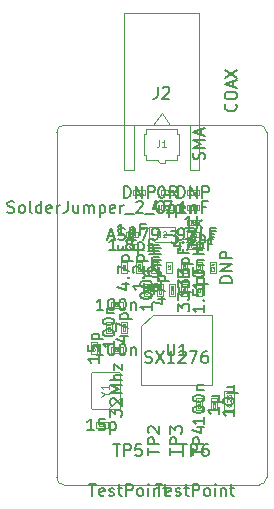
<source format=gbr>
%TF.GenerationSoftware,KiCad,Pcbnew,5.1.5-52549c5~84~ubuntu19.04.1*%
%TF.CreationDate,2020-02-22T14:04:14+00:00*%
%TF.ProjectId,ProMicro_SX1276,50726f4d-6963-4726-9f5f-535831323736,v1.0*%
%TF.SameCoordinates,Original*%
%TF.FileFunction,Other,Fab,Top*%
%FSLAX45Y45*%
G04 Gerber Fmt 4.5, Leading zero omitted, Abs format (unit mm)*
G04 Created by KiCad (PCBNEW 5.1.5-52549c5~84~ubuntu19.04.1) date 2020-02-22 14:04:14*
%MOMM*%
%LPD*%
G04 APERTURE LIST*
%ADD10C,0.100000*%
%ADD11C,0.150000*%
%ADD12C,0.090000*%
%ADD13C,0.040000*%
%ADD14C,0.075000*%
%ADD15C,0.060000*%
%ADD16C,0.105000*%
G04 APERTURE END LIST*
D10*
X18923000Y-8826500D02*
G75*
G02X18986500Y-8763000I63500J0D01*
G01*
X20637500Y-8763000D02*
G75*
G02X20701000Y-8826500I0J-63500D01*
G01*
X18986500Y-8763000D02*
X20637500Y-8763000D01*
X20701000Y-11747500D02*
G75*
G02X20637500Y-11811000I-63500J0D01*
G01*
X18986500Y-11811000D02*
G75*
G02X18923000Y-11747500I0J63500D01*
G01*
X18923000Y-11747500D02*
X18923000Y-8826500D01*
X20637500Y-11811000D02*
X18986500Y-11811000D01*
X20701000Y-8826500D02*
X20701000Y-11747500D01*
X19782000Y-9066000D02*
X19797000Y-9081000D01*
X19682000Y-8796000D02*
X19682000Y-8836000D01*
X19662000Y-8836000D02*
X19682000Y-8836000D01*
X19662000Y-9016000D02*
X19662000Y-8836000D01*
X19682000Y-8796000D02*
X19942000Y-8796000D01*
X19942000Y-8796000D02*
X19942000Y-8836000D01*
X19962000Y-8836000D02*
X19942000Y-8836000D01*
X19962000Y-9016000D02*
X19962000Y-8836000D01*
X19682000Y-9016000D02*
X19682000Y-9056000D01*
X19662000Y-9016000D02*
X19682000Y-9016000D01*
X19782000Y-9056000D02*
X19682000Y-9056000D01*
X19782000Y-9066000D02*
X19782000Y-9056000D01*
X19842000Y-9081000D02*
X19797000Y-9081000D01*
X19842000Y-9081000D02*
X19842000Y-9056000D01*
X19842000Y-9056000D02*
X19942000Y-9056000D01*
X19942000Y-9016000D02*
X19942000Y-9056000D01*
X19962000Y-9016000D02*
X19942000Y-9016000D01*
X19925900Y-10110000D02*
X19925900Y-10210000D01*
X19875900Y-10110000D02*
X19925900Y-10110000D01*
X19875900Y-10210000D02*
X19875900Y-10110000D01*
X19925900Y-10210000D02*
X19875900Y-10210000D01*
X20268800Y-9919500D02*
X20268800Y-10019500D01*
X20218800Y-9919500D02*
X20268800Y-9919500D01*
X20218800Y-10019500D02*
X20218800Y-9919500D01*
X20268800Y-10019500D02*
X20218800Y-10019500D01*
X19508000Y-9665100D02*
X19608000Y-9665100D01*
X19508000Y-9715100D02*
X19508000Y-9665100D01*
X19608000Y-9715100D02*
X19508000Y-9715100D01*
X19608000Y-9665100D02*
X19608000Y-9715100D01*
X20131000Y-9486500D02*
X20031000Y-9486500D01*
X20131000Y-9436500D02*
X20131000Y-9486500D01*
X20031000Y-9436500D02*
X20131000Y-9436500D01*
X20031000Y-9486500D02*
X20031000Y-9436500D01*
X19596500Y-10019500D02*
X19596500Y-9919500D01*
X19646500Y-10019500D02*
X19596500Y-10019500D01*
X19646500Y-9919500D02*
X19646500Y-10019500D01*
X19596500Y-9919500D02*
X19646500Y-9919500D01*
X19571500Y-9309500D02*
X19671500Y-9309500D01*
X19571500Y-9359500D02*
X19571500Y-9309500D01*
X19671500Y-9359500D02*
X19571500Y-9359500D01*
X19671500Y-9309500D02*
X19671500Y-9359500D01*
X20131000Y-9359500D02*
X20031000Y-9359500D01*
X20131000Y-9309500D02*
X20131000Y-9359500D01*
X20031000Y-9309500D02*
X20131000Y-9309500D01*
X20031000Y-9359500D02*
X20031000Y-9309500D01*
X19810500Y-9436500D02*
X19910500Y-9436500D01*
X19810500Y-9486500D02*
X19810500Y-9436500D01*
X19910500Y-9486500D02*
X19810500Y-9486500D01*
X19910500Y-9436500D02*
X19910500Y-9486500D01*
X19508000Y-9766700D02*
X19608000Y-9766700D01*
X19508000Y-9816700D02*
X19508000Y-9766700D01*
X19608000Y-9816700D02*
X19508000Y-9816700D01*
X19608000Y-9766700D02*
X19608000Y-9816700D01*
X20131000Y-9816700D02*
X20031000Y-9816700D01*
X20131000Y-9766700D02*
X20131000Y-9816700D01*
X20031000Y-9766700D02*
X20131000Y-9766700D01*
X20031000Y-9816700D02*
X20031000Y-9766700D01*
X20131000Y-9665100D02*
X20131000Y-9715100D01*
X20131000Y-9715100D02*
X20031000Y-9715100D01*
X20031000Y-9715100D02*
X20031000Y-9665100D01*
X20031000Y-9665100D02*
X20131000Y-9665100D01*
X19519500Y-9919500D02*
X19519500Y-10019500D01*
X19469500Y-9919500D02*
X19519500Y-9919500D01*
X19469500Y-10019500D02*
X19469500Y-9919500D01*
X19519500Y-10019500D02*
X19469500Y-10019500D01*
X19977500Y-10019500D02*
X19977500Y-9919500D01*
X20027500Y-10019500D02*
X19977500Y-10019500D01*
X20027500Y-9919500D02*
X20027500Y-10019500D01*
X19977500Y-9919500D02*
X20027500Y-9919500D01*
X20154500Y-10110000D02*
X20154500Y-10210000D01*
X20104500Y-10110000D02*
X20154500Y-10110000D01*
X20104500Y-10210000D02*
X20104500Y-10110000D01*
X20154500Y-10210000D02*
X20104500Y-10210000D01*
X19702000Y-9707600D02*
X19752000Y-9757600D01*
X19922000Y-9622600D02*
X19922000Y-9757600D01*
X19702000Y-9622600D02*
X19922000Y-9622600D01*
X19752000Y-9757600D02*
X19922000Y-9757600D01*
X19702000Y-9622600D02*
X19702000Y-9707600D01*
X20031000Y-9563500D02*
X20131000Y-9563500D01*
X20031000Y-9613500D02*
X20031000Y-9563500D01*
X20131000Y-9613500D02*
X20031000Y-9613500D01*
X20131000Y-9563500D02*
X20131000Y-9613500D01*
X19810500Y-9309500D02*
X19910500Y-9309500D01*
X19810500Y-9359500D02*
X19810500Y-9309500D01*
X19910500Y-9359500D02*
X19810500Y-9359500D01*
X19910500Y-9309500D02*
X19910500Y-9359500D01*
X19773500Y-9919500D02*
X19773500Y-10019500D01*
X19723500Y-9919500D02*
X19773500Y-9919500D01*
X19723500Y-10019500D02*
X19723500Y-9919500D01*
X19773500Y-10019500D02*
X19723500Y-10019500D01*
X20154500Y-9919500D02*
X20154500Y-10019500D01*
X20104500Y-9919500D02*
X20154500Y-9919500D01*
X20104500Y-10019500D02*
X20104500Y-9919500D01*
X20154500Y-10019500D02*
X20104500Y-10019500D01*
X19850500Y-10019500D02*
X19850500Y-9919500D01*
X19900500Y-10019500D02*
X19850500Y-10019500D01*
X19900500Y-9919500D02*
X19900500Y-10019500D01*
X19850500Y-9919500D02*
X19900500Y-9919500D01*
X20027500Y-10110000D02*
X20027500Y-10210000D01*
X19977500Y-10110000D02*
X20027500Y-10110000D01*
X19977500Y-10210000D02*
X19977500Y-10110000D01*
X20027500Y-10210000D02*
X19977500Y-10210000D01*
X20129500Y-9144500D02*
X20129500Y-7811500D01*
X20048500Y-9144500D02*
X20129500Y-9144500D01*
X20048500Y-8763500D02*
X20048500Y-9144500D01*
X19575500Y-8763500D02*
X20048500Y-8763500D01*
X19575500Y-9144500D02*
X19575500Y-8763500D01*
X19494500Y-9144500D02*
X19575500Y-9144500D01*
X19494500Y-9144500D02*
X19494500Y-7811500D01*
X19495500Y-7811500D02*
X20128500Y-7811500D01*
X19737000Y-8763500D02*
X19812000Y-8663500D01*
X19812000Y-8663500D02*
X19887000Y-8763500D01*
X20343500Y-11017250D02*
X20423500Y-11017250D01*
X20423500Y-11017250D02*
X20423500Y-11177250D01*
X20423500Y-11177250D02*
X20343500Y-11177250D01*
X20343500Y-11177250D02*
X20343500Y-11017250D01*
X19639000Y-10468000D02*
X19739000Y-10368000D01*
X19639000Y-10968000D02*
X19639000Y-10468000D01*
X20239000Y-10968000D02*
X19639000Y-10968000D01*
X20239000Y-10368000D02*
X20239000Y-10968000D01*
X19739000Y-10368000D02*
X20239000Y-10368000D01*
X19210500Y-11160900D02*
X19210500Y-10860900D01*
X19210500Y-10860900D02*
X19220500Y-10850900D01*
X19220500Y-10850900D02*
X19450500Y-10850900D01*
X19450500Y-10850900D02*
X19460500Y-10860900D01*
X19460500Y-10860900D02*
X19460500Y-11160900D01*
X19460500Y-11160900D02*
X19450500Y-11170900D01*
X19450500Y-11170900D02*
X19220500Y-11170900D01*
X19220500Y-11170900D02*
X19210500Y-11160900D01*
X19360500Y-11170900D02*
X19460500Y-11070900D01*
X20231500Y-11177500D02*
X20231500Y-11077500D01*
X20281500Y-11177500D02*
X20231500Y-11177500D01*
X20281500Y-11077500D02*
X20281500Y-11177500D01*
X20231500Y-11077500D02*
X20281500Y-11077500D01*
X19381000Y-10262000D02*
X19481000Y-10262000D01*
X19381000Y-10312000D02*
X19381000Y-10262000D01*
X19481000Y-10312000D02*
X19381000Y-10312000D01*
X19481000Y-10262000D02*
X19481000Y-10312000D01*
X19381000Y-10643000D02*
X19481000Y-10643000D01*
X19381000Y-10693000D02*
X19381000Y-10643000D01*
X19481000Y-10693000D02*
X19381000Y-10693000D01*
X19481000Y-10643000D02*
X19481000Y-10693000D01*
X19469500Y-10527500D02*
X19469500Y-10427500D01*
X19519500Y-10527500D02*
X19469500Y-10527500D01*
X19519500Y-10427500D02*
X19519500Y-10527500D01*
X19469500Y-10427500D02*
X19519500Y-10427500D01*
X19392500Y-10427500D02*
X19392500Y-10527500D01*
X19342500Y-10427500D02*
X19392500Y-10427500D01*
X19342500Y-10527500D02*
X19342500Y-10427500D01*
X19392500Y-10527500D02*
X19342500Y-10527500D01*
X20154500Y-11077500D02*
X20154500Y-11177500D01*
X20104500Y-11077500D02*
X20154500Y-11077500D01*
X20104500Y-11177500D02*
X20104500Y-11077500D01*
X20154500Y-11177500D02*
X20104500Y-11177500D01*
X19660000Y-10210000D02*
X19660000Y-10110000D01*
X19710000Y-10210000D02*
X19660000Y-10210000D01*
X19710000Y-10110000D02*
X19710000Y-10210000D01*
X19660000Y-10110000D02*
X19710000Y-10110000D01*
X19824300Y-10110000D02*
X19824300Y-10210000D01*
X19774300Y-10110000D02*
X19824300Y-10110000D01*
X19774300Y-10210000D02*
X19774300Y-10110000D01*
X19824300Y-10210000D02*
X19774300Y-10210000D01*
X19265500Y-10603000D02*
X19265500Y-10703000D01*
X19215500Y-10603000D02*
X19265500Y-10603000D01*
X19215500Y-10703000D02*
X19215500Y-10603000D01*
X19265500Y-10703000D02*
X19215500Y-10703000D01*
X19254000Y-11278000D02*
X19354000Y-11278000D01*
X19254000Y-11328000D02*
X19254000Y-11278000D01*
X19354000Y-11328000D02*
X19254000Y-11328000D01*
X19354000Y-11278000D02*
X19354000Y-11328000D01*
D11*
X20172476Y-9054571D02*
X20177238Y-9040286D01*
X20177238Y-9016476D01*
X20172476Y-9006952D01*
X20167714Y-9002190D01*
X20158190Y-8997429D01*
X20148667Y-8997429D01*
X20139143Y-9002190D01*
X20134381Y-9006952D01*
X20129619Y-9016476D01*
X20124857Y-9035524D01*
X20120095Y-9045048D01*
X20115333Y-9049810D01*
X20105810Y-9054571D01*
X20096286Y-9054571D01*
X20086762Y-9049810D01*
X20082000Y-9045048D01*
X20077238Y-9035524D01*
X20077238Y-9011714D01*
X20082000Y-8997429D01*
X20177238Y-8954571D02*
X20077238Y-8954571D01*
X20148667Y-8921238D01*
X20077238Y-8887905D01*
X20177238Y-8887905D01*
X20148667Y-8845048D02*
X20148667Y-8797429D01*
X20177238Y-8854571D02*
X20077238Y-8821238D01*
X20177238Y-8787905D01*
D12*
X19792000Y-8893143D02*
X19792000Y-8936000D01*
X19789143Y-8944571D01*
X19783429Y-8950286D01*
X19774857Y-8953143D01*
X19769143Y-8953143D01*
X19852000Y-8953143D02*
X19817714Y-8953143D01*
X19834857Y-8953143D02*
X19834857Y-8893143D01*
X19829143Y-8901714D01*
X19823429Y-8907429D01*
X19817714Y-8910286D01*
D11*
X18506381Y-9502476D02*
X18520667Y-9507238D01*
X18544476Y-9507238D01*
X18554000Y-9502476D01*
X18558762Y-9497714D01*
X18563524Y-9488190D01*
X18563524Y-9478667D01*
X18558762Y-9469143D01*
X18554000Y-9464381D01*
X18544476Y-9459619D01*
X18525429Y-9454857D01*
X18515905Y-9450095D01*
X18511143Y-9445333D01*
X18506381Y-9435810D01*
X18506381Y-9426286D01*
X18511143Y-9416762D01*
X18515905Y-9412000D01*
X18525429Y-9407238D01*
X18549238Y-9407238D01*
X18563524Y-9412000D01*
X18620667Y-9507238D02*
X18611143Y-9502476D01*
X18606381Y-9497714D01*
X18601619Y-9488190D01*
X18601619Y-9459619D01*
X18606381Y-9450095D01*
X18611143Y-9445333D01*
X18620667Y-9440571D01*
X18634952Y-9440571D01*
X18644476Y-9445333D01*
X18649238Y-9450095D01*
X18654000Y-9459619D01*
X18654000Y-9488190D01*
X18649238Y-9497714D01*
X18644476Y-9502476D01*
X18634952Y-9507238D01*
X18620667Y-9507238D01*
X18711143Y-9507238D02*
X18701619Y-9502476D01*
X18696857Y-9492952D01*
X18696857Y-9407238D01*
X18792095Y-9507238D02*
X18792095Y-9407238D01*
X18792095Y-9502476D02*
X18782571Y-9507238D01*
X18763524Y-9507238D01*
X18754000Y-9502476D01*
X18749238Y-9497714D01*
X18744476Y-9488190D01*
X18744476Y-9459619D01*
X18749238Y-9450095D01*
X18754000Y-9445333D01*
X18763524Y-9440571D01*
X18782571Y-9440571D01*
X18792095Y-9445333D01*
X18877810Y-9502476D02*
X18868286Y-9507238D01*
X18849238Y-9507238D01*
X18839714Y-9502476D01*
X18834952Y-9492952D01*
X18834952Y-9454857D01*
X18839714Y-9445333D01*
X18849238Y-9440571D01*
X18868286Y-9440571D01*
X18877810Y-9445333D01*
X18882571Y-9454857D01*
X18882571Y-9464381D01*
X18834952Y-9473905D01*
X18925429Y-9507238D02*
X18925429Y-9440571D01*
X18925429Y-9459619D02*
X18930190Y-9450095D01*
X18934952Y-9445333D01*
X18944476Y-9440571D01*
X18954000Y-9440571D01*
X19015905Y-9407238D02*
X19015905Y-9478667D01*
X19011143Y-9492952D01*
X19001619Y-9502476D01*
X18987333Y-9507238D01*
X18977810Y-9507238D01*
X19106381Y-9440571D02*
X19106381Y-9507238D01*
X19063524Y-9440571D02*
X19063524Y-9492952D01*
X19068286Y-9502476D01*
X19077810Y-9507238D01*
X19092095Y-9507238D01*
X19101619Y-9502476D01*
X19106381Y-9497714D01*
X19154000Y-9507238D02*
X19154000Y-9440571D01*
X19154000Y-9450095D02*
X19158762Y-9445333D01*
X19168286Y-9440571D01*
X19182571Y-9440571D01*
X19192095Y-9445333D01*
X19196857Y-9454857D01*
X19196857Y-9507238D01*
X19196857Y-9454857D02*
X19201619Y-9445333D01*
X19211143Y-9440571D01*
X19225429Y-9440571D01*
X19234952Y-9445333D01*
X19239714Y-9454857D01*
X19239714Y-9507238D01*
X19287333Y-9440571D02*
X19287333Y-9540571D01*
X19287333Y-9445333D02*
X19296857Y-9440571D01*
X19315905Y-9440571D01*
X19325429Y-9445333D01*
X19330190Y-9450095D01*
X19334952Y-9459619D01*
X19334952Y-9488190D01*
X19330190Y-9497714D01*
X19325429Y-9502476D01*
X19315905Y-9507238D01*
X19296857Y-9507238D01*
X19287333Y-9502476D01*
X19415905Y-9502476D02*
X19406381Y-9507238D01*
X19387333Y-9507238D01*
X19377810Y-9502476D01*
X19373048Y-9492952D01*
X19373048Y-9454857D01*
X19377810Y-9445333D01*
X19387333Y-9440571D01*
X19406381Y-9440571D01*
X19415905Y-9445333D01*
X19420667Y-9454857D01*
X19420667Y-9464381D01*
X19373048Y-9473905D01*
X19463524Y-9507238D02*
X19463524Y-9440571D01*
X19463524Y-9459619D02*
X19468286Y-9450095D01*
X19473048Y-9445333D01*
X19482571Y-9440571D01*
X19492095Y-9440571D01*
X19501619Y-9516762D02*
X19577810Y-9516762D01*
X19596857Y-9416762D02*
X19601619Y-9412000D01*
X19611143Y-9407238D01*
X19634952Y-9407238D01*
X19644476Y-9412000D01*
X19649238Y-9416762D01*
X19654000Y-9426286D01*
X19654000Y-9435810D01*
X19649238Y-9450095D01*
X19592095Y-9507238D01*
X19654000Y-9507238D01*
X19673048Y-9516762D02*
X19749238Y-9516762D01*
X19792095Y-9407238D02*
X19811143Y-9407238D01*
X19820667Y-9412000D01*
X19830190Y-9421524D01*
X19834952Y-9440571D01*
X19834952Y-9473905D01*
X19830190Y-9492952D01*
X19820667Y-9502476D01*
X19811143Y-9507238D01*
X19792095Y-9507238D01*
X19782571Y-9502476D01*
X19773048Y-9492952D01*
X19768286Y-9473905D01*
X19768286Y-9440571D01*
X19773048Y-9421524D01*
X19782571Y-9412000D01*
X19792095Y-9407238D01*
X19877810Y-9440571D02*
X19877810Y-9540571D01*
X19877810Y-9445333D02*
X19887333Y-9440571D01*
X19906381Y-9440571D01*
X19915905Y-9445333D01*
X19920667Y-9450095D01*
X19925429Y-9459619D01*
X19925429Y-9488190D01*
X19920667Y-9497714D01*
X19915905Y-9502476D01*
X19906381Y-9507238D01*
X19887333Y-9507238D01*
X19877810Y-9502476D01*
X20006381Y-9502476D02*
X19996857Y-9507238D01*
X19977810Y-9507238D01*
X19968286Y-9502476D01*
X19963524Y-9492952D01*
X19963524Y-9454857D01*
X19968286Y-9445333D01*
X19977810Y-9440571D01*
X19996857Y-9440571D01*
X20006381Y-9445333D01*
X20011143Y-9454857D01*
X20011143Y-9464381D01*
X19963524Y-9473905D01*
X20054000Y-9440571D02*
X20054000Y-9507238D01*
X20054000Y-9450095D02*
X20058762Y-9445333D01*
X20068286Y-9440571D01*
X20082571Y-9440571D01*
X20092095Y-9445333D01*
X20096857Y-9454857D01*
X20096857Y-9507238D01*
X20010757Y-10145714D02*
X20010757Y-10179048D01*
X20063138Y-10179048D02*
X19963138Y-10179048D01*
X19963138Y-10131429D01*
D13*
X19909829Y-10176071D02*
X19911019Y-10177262D01*
X19912210Y-10180833D01*
X19912210Y-10183214D01*
X19911019Y-10186786D01*
X19908638Y-10189167D01*
X19906257Y-10190357D01*
X19901495Y-10191548D01*
X19897924Y-10191548D01*
X19893162Y-10190357D01*
X19890781Y-10189167D01*
X19888400Y-10186786D01*
X19887210Y-10183214D01*
X19887210Y-10180833D01*
X19888400Y-10177262D01*
X19889590Y-10176071D01*
X19889590Y-10166548D02*
X19888400Y-10165357D01*
X19887210Y-10162976D01*
X19887210Y-10157024D01*
X19888400Y-10154643D01*
X19889590Y-10153452D01*
X19891971Y-10152262D01*
X19894352Y-10152262D01*
X19897924Y-10153452D01*
X19912210Y-10167738D01*
X19912210Y-10152262D01*
X19887210Y-10129643D02*
X19887210Y-10141548D01*
X19899114Y-10142738D01*
X19897924Y-10141548D01*
X19896733Y-10139167D01*
X19896733Y-10133214D01*
X19897924Y-10130833D01*
X19899114Y-10129643D01*
X19901495Y-10128452D01*
X19907448Y-10128452D01*
X19909829Y-10129643D01*
X19911019Y-10130833D01*
X19912210Y-10133214D01*
X19912210Y-10139167D01*
X19911019Y-10141548D01*
X19909829Y-10142738D01*
D11*
X20406038Y-10098071D02*
X20306038Y-10098071D01*
X20306038Y-10074262D01*
X20310800Y-10059976D01*
X20320324Y-10050452D01*
X20329848Y-10045690D01*
X20348895Y-10040929D01*
X20363181Y-10040929D01*
X20382229Y-10045690D01*
X20391752Y-10050452D01*
X20401276Y-10059976D01*
X20406038Y-10074262D01*
X20406038Y-10098071D01*
X20406038Y-9998071D02*
X20306038Y-9998071D01*
X20406038Y-9940929D01*
X20306038Y-9940929D01*
X20406038Y-9893310D02*
X20306038Y-9893310D01*
X20306038Y-9855214D01*
X20310800Y-9845690D01*
X20315562Y-9840929D01*
X20325086Y-9836167D01*
X20339371Y-9836167D01*
X20348895Y-9840929D01*
X20353657Y-9845690D01*
X20358419Y-9855214D01*
X20358419Y-9893310D01*
D13*
X20252729Y-9985571D02*
X20253919Y-9986762D01*
X20255110Y-9990333D01*
X20255110Y-9992714D01*
X20253919Y-9996286D01*
X20251538Y-9998667D01*
X20249157Y-9999857D01*
X20244395Y-10001048D01*
X20240824Y-10001048D01*
X20236062Y-9999857D01*
X20233681Y-9998667D01*
X20231300Y-9996286D01*
X20230110Y-9992714D01*
X20230110Y-9990333D01*
X20231300Y-9986762D01*
X20232490Y-9985571D01*
X20232490Y-9976048D02*
X20231300Y-9974857D01*
X20230110Y-9972476D01*
X20230110Y-9966524D01*
X20231300Y-9964143D01*
X20232490Y-9962952D01*
X20234871Y-9961762D01*
X20237252Y-9961762D01*
X20240824Y-9962952D01*
X20255110Y-9977238D01*
X20255110Y-9961762D01*
X20238443Y-9940333D02*
X20255110Y-9940333D01*
X20228919Y-9946286D02*
X20246776Y-9952238D01*
X20246776Y-9936762D01*
D11*
X19760607Y-11804238D02*
X19817750Y-11804238D01*
X19789178Y-11904238D02*
X19789178Y-11804238D01*
X19889178Y-11899476D02*
X19879654Y-11904238D01*
X19860607Y-11904238D01*
X19851083Y-11899476D01*
X19846321Y-11889952D01*
X19846321Y-11851857D01*
X19851083Y-11842333D01*
X19860607Y-11837571D01*
X19879654Y-11837571D01*
X19889178Y-11842333D01*
X19893940Y-11851857D01*
X19893940Y-11861381D01*
X19846321Y-11870905D01*
X19932035Y-11899476D02*
X19941559Y-11904238D01*
X19960607Y-11904238D01*
X19970130Y-11899476D01*
X19974892Y-11889952D01*
X19974892Y-11885190D01*
X19970130Y-11875667D01*
X19960607Y-11870905D01*
X19946321Y-11870905D01*
X19936797Y-11866143D01*
X19932035Y-11856619D01*
X19932035Y-11851857D01*
X19936797Y-11842333D01*
X19946321Y-11837571D01*
X19960607Y-11837571D01*
X19970130Y-11842333D01*
X20003464Y-11837571D02*
X20041559Y-11837571D01*
X20017750Y-11804238D02*
X20017750Y-11889952D01*
X20022511Y-11899476D01*
X20032035Y-11904238D01*
X20041559Y-11904238D01*
X20074892Y-11904238D02*
X20074892Y-11804238D01*
X20112988Y-11804238D01*
X20122511Y-11809000D01*
X20127273Y-11813762D01*
X20132035Y-11823286D01*
X20132035Y-11837571D01*
X20127273Y-11847095D01*
X20122511Y-11851857D01*
X20112988Y-11856619D01*
X20074892Y-11856619D01*
X20189178Y-11904238D02*
X20179654Y-11899476D01*
X20174892Y-11894714D01*
X20170130Y-11885190D01*
X20170130Y-11856619D01*
X20174892Y-11847095D01*
X20179654Y-11842333D01*
X20189178Y-11837571D01*
X20203464Y-11837571D01*
X20212988Y-11842333D01*
X20217750Y-11847095D01*
X20222511Y-11856619D01*
X20222511Y-11885190D01*
X20217750Y-11894714D01*
X20212988Y-11899476D01*
X20203464Y-11904238D01*
X20189178Y-11904238D01*
X20265369Y-11904238D02*
X20265369Y-11837571D01*
X20265369Y-11804238D02*
X20260607Y-11809000D01*
X20265369Y-11813762D01*
X20270130Y-11809000D01*
X20265369Y-11804238D01*
X20265369Y-11813762D01*
X20312988Y-11837571D02*
X20312988Y-11904238D01*
X20312988Y-11847095D02*
X20317750Y-11842333D01*
X20327273Y-11837571D01*
X20341559Y-11837571D01*
X20351083Y-11842333D01*
X20355845Y-11851857D01*
X20355845Y-11904238D01*
X20389178Y-11837571D02*
X20427273Y-11837571D01*
X20403464Y-11804238D02*
X20403464Y-11889952D01*
X20408226Y-11899476D01*
X20417750Y-11904238D01*
X20427273Y-11904238D01*
X19967750Y-11464238D02*
X20024892Y-11464238D01*
X19996321Y-11564238D02*
X19996321Y-11464238D01*
X20058226Y-11564238D02*
X20058226Y-11464238D01*
X20096321Y-11464238D01*
X20105845Y-11469000D01*
X20110607Y-11473762D01*
X20115369Y-11483286D01*
X20115369Y-11497571D01*
X20110607Y-11507095D01*
X20105845Y-11511857D01*
X20096321Y-11516619D01*
X20058226Y-11516619D01*
X20201083Y-11464238D02*
X20182035Y-11464238D01*
X20172511Y-11469000D01*
X20167750Y-11473762D01*
X20158226Y-11488048D01*
X20153464Y-11507095D01*
X20153464Y-11545190D01*
X20158226Y-11554714D01*
X20162988Y-11559476D01*
X20172511Y-11564238D01*
X20191559Y-11564238D01*
X20201083Y-11559476D01*
X20205845Y-11554714D01*
X20210607Y-11545190D01*
X20210607Y-11521381D01*
X20205845Y-11511857D01*
X20201083Y-11507095D01*
X20191559Y-11502333D01*
X20172511Y-11502333D01*
X20162988Y-11507095D01*
X20158226Y-11511857D01*
X20153464Y-11521381D01*
X19195965Y-11804238D02*
X19253108Y-11804238D01*
X19224536Y-11904238D02*
X19224536Y-11804238D01*
X19324536Y-11899476D02*
X19315012Y-11904238D01*
X19295965Y-11904238D01*
X19286441Y-11899476D01*
X19281679Y-11889952D01*
X19281679Y-11851857D01*
X19286441Y-11842333D01*
X19295965Y-11837571D01*
X19315012Y-11837571D01*
X19324536Y-11842333D01*
X19329298Y-11851857D01*
X19329298Y-11861381D01*
X19281679Y-11870905D01*
X19367393Y-11899476D02*
X19376917Y-11904238D01*
X19395965Y-11904238D01*
X19405488Y-11899476D01*
X19410250Y-11889952D01*
X19410250Y-11885190D01*
X19405488Y-11875667D01*
X19395965Y-11870905D01*
X19381679Y-11870905D01*
X19372155Y-11866143D01*
X19367393Y-11856619D01*
X19367393Y-11851857D01*
X19372155Y-11842333D01*
X19381679Y-11837571D01*
X19395965Y-11837571D01*
X19405488Y-11842333D01*
X19438822Y-11837571D02*
X19476917Y-11837571D01*
X19453108Y-11804238D02*
X19453108Y-11889952D01*
X19457869Y-11899476D01*
X19467393Y-11904238D01*
X19476917Y-11904238D01*
X19510250Y-11904238D02*
X19510250Y-11804238D01*
X19548346Y-11804238D01*
X19557869Y-11809000D01*
X19562631Y-11813762D01*
X19567393Y-11823286D01*
X19567393Y-11837571D01*
X19562631Y-11847095D01*
X19557869Y-11851857D01*
X19548346Y-11856619D01*
X19510250Y-11856619D01*
X19624536Y-11904238D02*
X19615012Y-11899476D01*
X19610250Y-11894714D01*
X19605488Y-11885190D01*
X19605488Y-11856619D01*
X19610250Y-11847095D01*
X19615012Y-11842333D01*
X19624536Y-11837571D01*
X19638822Y-11837571D01*
X19648346Y-11842333D01*
X19653108Y-11847095D01*
X19657869Y-11856619D01*
X19657869Y-11885190D01*
X19653108Y-11894714D01*
X19648346Y-11899476D01*
X19638822Y-11904238D01*
X19624536Y-11904238D01*
X19700727Y-11904238D02*
X19700727Y-11837571D01*
X19700727Y-11804238D02*
X19695965Y-11809000D01*
X19700727Y-11813762D01*
X19705488Y-11809000D01*
X19700727Y-11804238D01*
X19700727Y-11813762D01*
X19748346Y-11837571D02*
X19748346Y-11904238D01*
X19748346Y-11847095D02*
X19753108Y-11842333D01*
X19762631Y-11837571D01*
X19776917Y-11837571D01*
X19786441Y-11842333D01*
X19791203Y-11851857D01*
X19791203Y-11904238D01*
X19824536Y-11837571D02*
X19862631Y-11837571D01*
X19838822Y-11804238D02*
X19838822Y-11889952D01*
X19843584Y-11899476D01*
X19853108Y-11904238D01*
X19862631Y-11904238D01*
X19403108Y-11464238D02*
X19460250Y-11464238D01*
X19431679Y-11564238D02*
X19431679Y-11464238D01*
X19493584Y-11564238D02*
X19493584Y-11464238D01*
X19531679Y-11464238D01*
X19541203Y-11469000D01*
X19545965Y-11473762D01*
X19550727Y-11483286D01*
X19550727Y-11497571D01*
X19545965Y-11507095D01*
X19541203Y-11511857D01*
X19531679Y-11516619D01*
X19493584Y-11516619D01*
X19641203Y-11464238D02*
X19593584Y-11464238D01*
X19588822Y-11511857D01*
X19593584Y-11507095D01*
X19603108Y-11502333D01*
X19626917Y-11502333D01*
X19636441Y-11507095D01*
X19641203Y-11511857D01*
X19645965Y-11521381D01*
X19645965Y-11545190D01*
X19641203Y-11554714D01*
X19636441Y-11559476D01*
X19626917Y-11564238D01*
X19603108Y-11564238D01*
X19593584Y-11559476D01*
X19588822Y-11554714D01*
X19498476Y-9697238D02*
X19441333Y-9697238D01*
X19469905Y-9697238D02*
X19469905Y-9597238D01*
X19460381Y-9611524D01*
X19450857Y-9621048D01*
X19441333Y-9625810D01*
X19541333Y-9630571D02*
X19541333Y-9697238D01*
X19541333Y-9640095D02*
X19546095Y-9635333D01*
X19555619Y-9630571D01*
X19569905Y-9630571D01*
X19579429Y-9635333D01*
X19584190Y-9644857D01*
X19584190Y-9697238D01*
X19665143Y-9644857D02*
X19631810Y-9644857D01*
X19631810Y-9697238D02*
X19631810Y-9597238D01*
X19679429Y-9597238D01*
D13*
X19541929Y-9699029D02*
X19540738Y-9700219D01*
X19537167Y-9701410D01*
X19534786Y-9701410D01*
X19531214Y-9700219D01*
X19528833Y-9697838D01*
X19527643Y-9695457D01*
X19526452Y-9690695D01*
X19526452Y-9687124D01*
X19527643Y-9682362D01*
X19528833Y-9679981D01*
X19531214Y-9677600D01*
X19534786Y-9676410D01*
X19537167Y-9676410D01*
X19540738Y-9677600D01*
X19541929Y-9678790D01*
X19565738Y-9701410D02*
X19551452Y-9701410D01*
X19558595Y-9701410D02*
X19558595Y-9676410D01*
X19556214Y-9679981D01*
X19553833Y-9682362D01*
X19551452Y-9683552D01*
X19587167Y-9684743D02*
X19587167Y-9701410D01*
X19581214Y-9675219D02*
X19575262Y-9693076D01*
X19590738Y-9693076D01*
D11*
X20021476Y-9506738D02*
X19964333Y-9506738D01*
X19992905Y-9506738D02*
X19992905Y-9406738D01*
X19983381Y-9421024D01*
X19973857Y-9430548D01*
X19964333Y-9435310D01*
X20064333Y-9440071D02*
X20064333Y-9506738D01*
X20064333Y-9449595D02*
X20069095Y-9444833D01*
X20078619Y-9440071D01*
X20092905Y-9440071D01*
X20102429Y-9444833D01*
X20107190Y-9454357D01*
X20107190Y-9506738D01*
X20188143Y-9454357D02*
X20154810Y-9454357D01*
X20154810Y-9506738D02*
X20154810Y-9406738D01*
X20202429Y-9406738D01*
D13*
X20064929Y-9470429D02*
X20063738Y-9471619D01*
X20060167Y-9472810D01*
X20057786Y-9472810D01*
X20054214Y-9471619D01*
X20051833Y-9469238D01*
X20050643Y-9466857D01*
X20049452Y-9462095D01*
X20049452Y-9458524D01*
X20050643Y-9453762D01*
X20051833Y-9451381D01*
X20054214Y-9449000D01*
X20057786Y-9447810D01*
X20060167Y-9447810D01*
X20063738Y-9449000D01*
X20064929Y-9450190D01*
X20088738Y-9472810D02*
X20074452Y-9472810D01*
X20081595Y-9472810D02*
X20081595Y-9447810D01*
X20079214Y-9451381D01*
X20076833Y-9453762D01*
X20074452Y-9454952D01*
X20097071Y-9447810D02*
X20112548Y-9447810D01*
X20104214Y-9457333D01*
X20107786Y-9457333D01*
X20110167Y-9458524D01*
X20111357Y-9459714D01*
X20112548Y-9462095D01*
X20112548Y-9468048D01*
X20111357Y-9470429D01*
X20110167Y-9471619D01*
X20107786Y-9472810D01*
X20100643Y-9472810D01*
X20098262Y-9471619D01*
X20097071Y-9470429D01*
D11*
X19666738Y-10100452D02*
X19666738Y-10157595D01*
X19666738Y-10129024D02*
X19566738Y-10129024D01*
X19581024Y-10138548D01*
X19590548Y-10148071D01*
X19595310Y-10157595D01*
X19657214Y-10057595D02*
X19661976Y-10052833D01*
X19666738Y-10057595D01*
X19661976Y-10062357D01*
X19657214Y-10057595D01*
X19666738Y-10057595D01*
X19576262Y-10014738D02*
X19571500Y-10009976D01*
X19566738Y-10000452D01*
X19566738Y-9976643D01*
X19571500Y-9967119D01*
X19576262Y-9962357D01*
X19585786Y-9957595D01*
X19595310Y-9957595D01*
X19609595Y-9962357D01*
X19666738Y-10019500D01*
X19666738Y-9957595D01*
X19600071Y-9914738D02*
X19700071Y-9914738D01*
X19604833Y-9914738D02*
X19600071Y-9905214D01*
X19600071Y-9886167D01*
X19604833Y-9876643D01*
X19609595Y-9871881D01*
X19619119Y-9867119D01*
X19647690Y-9867119D01*
X19657214Y-9871881D01*
X19661976Y-9876643D01*
X19666738Y-9886167D01*
X19666738Y-9905214D01*
X19661976Y-9914738D01*
X19614357Y-9790929D02*
X19614357Y-9824262D01*
X19666738Y-9824262D02*
X19566738Y-9824262D01*
X19566738Y-9776643D01*
D13*
X19630429Y-9985571D02*
X19631619Y-9986762D01*
X19632810Y-9990333D01*
X19632810Y-9992714D01*
X19631619Y-9996286D01*
X19629238Y-9998667D01*
X19626857Y-9999857D01*
X19622095Y-10001048D01*
X19618524Y-10001048D01*
X19613762Y-9999857D01*
X19611381Y-9998667D01*
X19609000Y-9996286D01*
X19607810Y-9992714D01*
X19607810Y-9990333D01*
X19609000Y-9986762D01*
X19610190Y-9985571D01*
X19632810Y-9961762D02*
X19632810Y-9976048D01*
X19632810Y-9968905D02*
X19607810Y-9968905D01*
X19611381Y-9971286D01*
X19613762Y-9973667D01*
X19614952Y-9976048D01*
X19610190Y-9952238D02*
X19609000Y-9951048D01*
X19607810Y-9948667D01*
X19607810Y-9942714D01*
X19609000Y-9940333D01*
X19610190Y-9939143D01*
X19612571Y-9937952D01*
X19614952Y-9937952D01*
X19618524Y-9939143D01*
X19632810Y-9953429D01*
X19632810Y-9937952D01*
D11*
X19492929Y-9379738D02*
X19492929Y-9279738D01*
X19516738Y-9279738D01*
X19531024Y-9284500D01*
X19540548Y-9294024D01*
X19545310Y-9303548D01*
X19550071Y-9322595D01*
X19550071Y-9336881D01*
X19545310Y-9355929D01*
X19540548Y-9365452D01*
X19531024Y-9374976D01*
X19516738Y-9379738D01*
X19492929Y-9379738D01*
X19592929Y-9379738D02*
X19592929Y-9279738D01*
X19650071Y-9379738D01*
X19650071Y-9279738D01*
X19697690Y-9379738D02*
X19697690Y-9279738D01*
X19735786Y-9279738D01*
X19745310Y-9284500D01*
X19750071Y-9289262D01*
X19754833Y-9298786D01*
X19754833Y-9313071D01*
X19750071Y-9322595D01*
X19745310Y-9327357D01*
X19735786Y-9332119D01*
X19697690Y-9332119D01*
D13*
X19605429Y-9343429D02*
X19604238Y-9344619D01*
X19600667Y-9345810D01*
X19598286Y-9345810D01*
X19594714Y-9344619D01*
X19592333Y-9342238D01*
X19591143Y-9339857D01*
X19589952Y-9335095D01*
X19589952Y-9331524D01*
X19591143Y-9326762D01*
X19592333Y-9324381D01*
X19594714Y-9322000D01*
X19598286Y-9320810D01*
X19600667Y-9320810D01*
X19604238Y-9322000D01*
X19605429Y-9323190D01*
X19629238Y-9345810D02*
X19614952Y-9345810D01*
X19622095Y-9345810D02*
X19622095Y-9320810D01*
X19619714Y-9324381D01*
X19617333Y-9326762D01*
X19614952Y-9327952D01*
X19653048Y-9345810D02*
X19638762Y-9345810D01*
X19645905Y-9345810D02*
X19645905Y-9320810D01*
X19643524Y-9324381D01*
X19641143Y-9326762D01*
X19638762Y-9327952D01*
D11*
X19952429Y-9379738D02*
X19952429Y-9279738D01*
X19976238Y-9279738D01*
X19990524Y-9284500D01*
X20000048Y-9294024D01*
X20004810Y-9303548D01*
X20009571Y-9322595D01*
X20009571Y-9336881D01*
X20004810Y-9355929D01*
X20000048Y-9365452D01*
X19990524Y-9374976D01*
X19976238Y-9379738D01*
X19952429Y-9379738D01*
X20052429Y-9379738D02*
X20052429Y-9279738D01*
X20109571Y-9379738D01*
X20109571Y-9279738D01*
X20157190Y-9379738D02*
X20157190Y-9279738D01*
X20195286Y-9279738D01*
X20204810Y-9284500D01*
X20209571Y-9289262D01*
X20214333Y-9298786D01*
X20214333Y-9313071D01*
X20209571Y-9322595D01*
X20204810Y-9327357D01*
X20195286Y-9332119D01*
X20157190Y-9332119D01*
D13*
X20064929Y-9343429D02*
X20063738Y-9344619D01*
X20060167Y-9345810D01*
X20057786Y-9345810D01*
X20054214Y-9344619D01*
X20051833Y-9342238D01*
X20050643Y-9339857D01*
X20049452Y-9335095D01*
X20049452Y-9331524D01*
X20050643Y-9326762D01*
X20051833Y-9324381D01*
X20054214Y-9322000D01*
X20057786Y-9320810D01*
X20060167Y-9320810D01*
X20063738Y-9322000D01*
X20064929Y-9323190D01*
X20088738Y-9345810D02*
X20074452Y-9345810D01*
X20081595Y-9345810D02*
X20081595Y-9320810D01*
X20079214Y-9324381D01*
X20076833Y-9326762D01*
X20074452Y-9327952D01*
X20104214Y-9320810D02*
X20106595Y-9320810D01*
X20108976Y-9322000D01*
X20110167Y-9323190D01*
X20111357Y-9325571D01*
X20112548Y-9330333D01*
X20112548Y-9336286D01*
X20111357Y-9341048D01*
X20110167Y-9343429D01*
X20108976Y-9344619D01*
X20106595Y-9345810D01*
X20104214Y-9345810D01*
X20101833Y-9344619D01*
X20100643Y-9343429D01*
X20099452Y-9341048D01*
X20098262Y-9336286D01*
X20098262Y-9330333D01*
X20099452Y-9325571D01*
X20100643Y-9323190D01*
X20101833Y-9322000D01*
X20104214Y-9320810D01*
D11*
X19786690Y-9440071D02*
X19786690Y-9506738D01*
X19762881Y-9401976D02*
X19739071Y-9473405D01*
X19800976Y-9473405D01*
X19829548Y-9406738D02*
X19896214Y-9406738D01*
X19853357Y-9506738D01*
X19934310Y-9440071D02*
X19934310Y-9540071D01*
X19934310Y-9444833D02*
X19943833Y-9440071D01*
X19962881Y-9440071D01*
X19972405Y-9444833D01*
X19977167Y-9449595D01*
X19981929Y-9459119D01*
X19981929Y-9487690D01*
X19977167Y-9497214D01*
X19972405Y-9501976D01*
X19962881Y-9506738D01*
X19943833Y-9506738D01*
X19934310Y-9501976D01*
D13*
X19856333Y-9470429D02*
X19855143Y-9471619D01*
X19851571Y-9472810D01*
X19849190Y-9472810D01*
X19845619Y-9471619D01*
X19843238Y-9469238D01*
X19842048Y-9466857D01*
X19840857Y-9462095D01*
X19840857Y-9458524D01*
X19842048Y-9453762D01*
X19843238Y-9451381D01*
X19845619Y-9449000D01*
X19849190Y-9447810D01*
X19851571Y-9447810D01*
X19855143Y-9449000D01*
X19856333Y-9450190D01*
X19868238Y-9472810D02*
X19873000Y-9472810D01*
X19875381Y-9471619D01*
X19876571Y-9470429D01*
X19878952Y-9466857D01*
X19880143Y-9462095D01*
X19880143Y-9452571D01*
X19878952Y-9450190D01*
X19877762Y-9449000D01*
X19875381Y-9447810D01*
X19870619Y-9447810D01*
X19868238Y-9449000D01*
X19867048Y-9450190D01*
X19865857Y-9452571D01*
X19865857Y-9458524D01*
X19867048Y-9460905D01*
X19868238Y-9462095D01*
X19870619Y-9463286D01*
X19875381Y-9463286D01*
X19877762Y-9462095D01*
X19878952Y-9460905D01*
X19880143Y-9458524D01*
D11*
X19427048Y-9824238D02*
X19369905Y-9824238D01*
X19398476Y-9824238D02*
X19398476Y-9724238D01*
X19388952Y-9738524D01*
X19379429Y-9748048D01*
X19369905Y-9752810D01*
X19469905Y-9814714D02*
X19474667Y-9819476D01*
X19469905Y-9824238D01*
X19465143Y-9819476D01*
X19469905Y-9814714D01*
X19469905Y-9824238D01*
X19531810Y-9767095D02*
X19522286Y-9762333D01*
X19517524Y-9757571D01*
X19512762Y-9748048D01*
X19512762Y-9743286D01*
X19517524Y-9733762D01*
X19522286Y-9729000D01*
X19531810Y-9724238D01*
X19550857Y-9724238D01*
X19560381Y-9729000D01*
X19565143Y-9733762D01*
X19569905Y-9743286D01*
X19569905Y-9748048D01*
X19565143Y-9757571D01*
X19560381Y-9762333D01*
X19550857Y-9767095D01*
X19531810Y-9767095D01*
X19522286Y-9771857D01*
X19517524Y-9776619D01*
X19512762Y-9786143D01*
X19512762Y-9805190D01*
X19517524Y-9814714D01*
X19522286Y-9819476D01*
X19531810Y-9824238D01*
X19550857Y-9824238D01*
X19560381Y-9819476D01*
X19565143Y-9814714D01*
X19569905Y-9805190D01*
X19569905Y-9786143D01*
X19565143Y-9776619D01*
X19560381Y-9771857D01*
X19550857Y-9767095D01*
X19612762Y-9757571D02*
X19612762Y-9857571D01*
X19612762Y-9762333D02*
X19622286Y-9757571D01*
X19641333Y-9757571D01*
X19650857Y-9762333D01*
X19655619Y-9767095D01*
X19660381Y-9776619D01*
X19660381Y-9805190D01*
X19655619Y-9814714D01*
X19650857Y-9819476D01*
X19641333Y-9824238D01*
X19622286Y-9824238D01*
X19612762Y-9819476D01*
X19736571Y-9771857D02*
X19703238Y-9771857D01*
X19703238Y-9824238D02*
X19703238Y-9724238D01*
X19750857Y-9724238D01*
D13*
X19553833Y-9800629D02*
X19552643Y-9801819D01*
X19549071Y-9803010D01*
X19546690Y-9803010D01*
X19543119Y-9801819D01*
X19540738Y-9799438D01*
X19539548Y-9797057D01*
X19538357Y-9792295D01*
X19538357Y-9788724D01*
X19539548Y-9783962D01*
X19540738Y-9781581D01*
X19543119Y-9779200D01*
X19546690Y-9778010D01*
X19549071Y-9778010D01*
X19552643Y-9779200D01*
X19553833Y-9780390D01*
X19568119Y-9788724D02*
X19565738Y-9787533D01*
X19564548Y-9786343D01*
X19563357Y-9783962D01*
X19563357Y-9782771D01*
X19564548Y-9780390D01*
X19565738Y-9779200D01*
X19568119Y-9778010D01*
X19572881Y-9778010D01*
X19575262Y-9779200D01*
X19576452Y-9780390D01*
X19577643Y-9782771D01*
X19577643Y-9783962D01*
X19576452Y-9786343D01*
X19575262Y-9787533D01*
X19572881Y-9788724D01*
X19568119Y-9788724D01*
X19565738Y-9789914D01*
X19564548Y-9791105D01*
X19563357Y-9793486D01*
X19563357Y-9798248D01*
X19564548Y-9800629D01*
X19565738Y-9801819D01*
X19568119Y-9803010D01*
X19572881Y-9803010D01*
X19575262Y-9801819D01*
X19576452Y-9800629D01*
X19577643Y-9798248D01*
X19577643Y-9793486D01*
X19576452Y-9791105D01*
X19575262Y-9789914D01*
X19572881Y-9788724D01*
D11*
X19964333Y-9757571D02*
X19964333Y-9824238D01*
X19940524Y-9719476D02*
X19916714Y-9790905D01*
X19978619Y-9790905D01*
X20007190Y-9724238D02*
X20073857Y-9724238D01*
X20031000Y-9824238D01*
X20111952Y-9757571D02*
X20111952Y-9857571D01*
X20111952Y-9762333D02*
X20121476Y-9757571D01*
X20140524Y-9757571D01*
X20150048Y-9762333D01*
X20154810Y-9767095D01*
X20159571Y-9776619D01*
X20159571Y-9805190D01*
X20154810Y-9814714D01*
X20150048Y-9819476D01*
X20140524Y-9824238D01*
X20121476Y-9824238D01*
X20111952Y-9819476D01*
X20235762Y-9771857D02*
X20202429Y-9771857D01*
X20202429Y-9824238D02*
X20202429Y-9724238D01*
X20250048Y-9724238D01*
D13*
X20076833Y-9800629D02*
X20075643Y-9801819D01*
X20072071Y-9803010D01*
X20069690Y-9803010D01*
X20066119Y-9801819D01*
X20063738Y-9799438D01*
X20062548Y-9797057D01*
X20061357Y-9792295D01*
X20061357Y-9788724D01*
X20062548Y-9783962D01*
X20063738Y-9781581D01*
X20066119Y-9779200D01*
X20069690Y-9778010D01*
X20072071Y-9778010D01*
X20075643Y-9779200D01*
X20076833Y-9780390D01*
X20085167Y-9778010D02*
X20101833Y-9778010D01*
X20091119Y-9803010D01*
D11*
X19888143Y-9660738D02*
X19950048Y-9660738D01*
X19916714Y-9698833D01*
X19931000Y-9698833D01*
X19940524Y-9703595D01*
X19945286Y-9708357D01*
X19950048Y-9717881D01*
X19950048Y-9741690D01*
X19945286Y-9751214D01*
X19940524Y-9755976D01*
X19931000Y-9760738D01*
X19902429Y-9760738D01*
X19892905Y-9755976D01*
X19888143Y-9751214D01*
X19992905Y-9751214D02*
X19997667Y-9755976D01*
X19992905Y-9760738D01*
X19988143Y-9755976D01*
X19992905Y-9751214D01*
X19992905Y-9760738D01*
X20031000Y-9660738D02*
X20092905Y-9660738D01*
X20059571Y-9698833D01*
X20073857Y-9698833D01*
X20083381Y-9703595D01*
X20088143Y-9708357D01*
X20092905Y-9717881D01*
X20092905Y-9741690D01*
X20088143Y-9751214D01*
X20083381Y-9755976D01*
X20073857Y-9760738D01*
X20045286Y-9760738D01*
X20035762Y-9755976D01*
X20031000Y-9751214D01*
X20135762Y-9694071D02*
X20135762Y-9794071D01*
X20135762Y-9698833D02*
X20145286Y-9694071D01*
X20164333Y-9694071D01*
X20173857Y-9698833D01*
X20178619Y-9703595D01*
X20183381Y-9713119D01*
X20183381Y-9741690D01*
X20178619Y-9751214D01*
X20173857Y-9755976D01*
X20164333Y-9760738D01*
X20145286Y-9760738D01*
X20135762Y-9755976D01*
X20259571Y-9708357D02*
X20226238Y-9708357D01*
X20226238Y-9760738D02*
X20226238Y-9660738D01*
X20273857Y-9660738D01*
D13*
X20076833Y-9699029D02*
X20075643Y-9700219D01*
X20072071Y-9701410D01*
X20069690Y-9701410D01*
X20066119Y-9700219D01*
X20063738Y-9697838D01*
X20062548Y-9695457D01*
X20061357Y-9690695D01*
X20061357Y-9687124D01*
X20062548Y-9682362D01*
X20063738Y-9679981D01*
X20066119Y-9677600D01*
X20069690Y-9676410D01*
X20072071Y-9676410D01*
X20075643Y-9677600D01*
X20076833Y-9678790D01*
X20098262Y-9676410D02*
X20093500Y-9676410D01*
X20091119Y-9677600D01*
X20089929Y-9678790D01*
X20087548Y-9682362D01*
X20086357Y-9687124D01*
X20086357Y-9696648D01*
X20087548Y-9699029D01*
X20088738Y-9700219D01*
X20091119Y-9701410D01*
X20095881Y-9701410D01*
X20098262Y-9700219D01*
X20099452Y-9699029D01*
X20100643Y-9696648D01*
X20100643Y-9690695D01*
X20099452Y-9688314D01*
X20098262Y-9687124D01*
X20095881Y-9685933D01*
X20091119Y-9685933D01*
X20088738Y-9687124D01*
X20087548Y-9688314D01*
X20086357Y-9690695D01*
D11*
X19473071Y-10109976D02*
X19539738Y-10109976D01*
X19434976Y-10133786D02*
X19506405Y-10157595D01*
X19506405Y-10095690D01*
X19530214Y-10057595D02*
X19534976Y-10052833D01*
X19539738Y-10057595D01*
X19534976Y-10062357D01*
X19530214Y-10057595D01*
X19539738Y-10057595D01*
X19439738Y-10019500D02*
X19439738Y-9952833D01*
X19539738Y-9995690D01*
X19473071Y-9914738D02*
X19573071Y-9914738D01*
X19477833Y-9914738D02*
X19473071Y-9905214D01*
X19473071Y-9886167D01*
X19477833Y-9876643D01*
X19482595Y-9871881D01*
X19492119Y-9867119D01*
X19520690Y-9867119D01*
X19530214Y-9871881D01*
X19534976Y-9876643D01*
X19539738Y-9886167D01*
X19539738Y-9905214D01*
X19534976Y-9914738D01*
X19487357Y-9790929D02*
X19487357Y-9824262D01*
X19539738Y-9824262D02*
X19439738Y-9824262D01*
X19439738Y-9776643D01*
D13*
X19503429Y-9973667D02*
X19504619Y-9974857D01*
X19505810Y-9978429D01*
X19505810Y-9980810D01*
X19504619Y-9984381D01*
X19502238Y-9986762D01*
X19499857Y-9987952D01*
X19495095Y-9989143D01*
X19491524Y-9989143D01*
X19486762Y-9987952D01*
X19484381Y-9986762D01*
X19482000Y-9984381D01*
X19480810Y-9980810D01*
X19480810Y-9978429D01*
X19482000Y-9974857D01*
X19483190Y-9973667D01*
X19480810Y-9951048D02*
X19480810Y-9962952D01*
X19492714Y-9964143D01*
X19491524Y-9962952D01*
X19490333Y-9960571D01*
X19490333Y-9954619D01*
X19491524Y-9952238D01*
X19492714Y-9951048D01*
X19495095Y-9949857D01*
X19501048Y-9949857D01*
X19503429Y-9951048D01*
X19504619Y-9952238D01*
X19505810Y-9954619D01*
X19505810Y-9960571D01*
X19504619Y-9962952D01*
X19503429Y-9964143D01*
D11*
X19947738Y-10138548D02*
X19947738Y-10076643D01*
X19985833Y-10109976D01*
X19985833Y-10095690D01*
X19990595Y-10086167D01*
X19995357Y-10081405D01*
X20004881Y-10076643D01*
X20028690Y-10076643D01*
X20038214Y-10081405D01*
X20042976Y-10086167D01*
X20047738Y-10095690D01*
X20047738Y-10124262D01*
X20042976Y-10133786D01*
X20038214Y-10138548D01*
X19947738Y-10043310D02*
X19947738Y-9981405D01*
X19985833Y-10014738D01*
X19985833Y-10000452D01*
X19990595Y-9990929D01*
X19995357Y-9986167D01*
X20004881Y-9981405D01*
X20028690Y-9981405D01*
X20038214Y-9986167D01*
X20042976Y-9990929D01*
X20047738Y-10000452D01*
X20047738Y-10029024D01*
X20042976Y-10038548D01*
X20038214Y-10043310D01*
X19981071Y-9938548D02*
X20081071Y-9938548D01*
X19985833Y-9938548D02*
X19981071Y-9929024D01*
X19981071Y-9909976D01*
X19985833Y-9900452D01*
X19990595Y-9895690D01*
X20000119Y-9890929D01*
X20028690Y-9890929D01*
X20038214Y-9895690D01*
X20042976Y-9900452D01*
X20047738Y-9909976D01*
X20047738Y-9929024D01*
X20042976Y-9938548D01*
X19995357Y-9814738D02*
X19995357Y-9848071D01*
X20047738Y-9848071D02*
X19947738Y-9848071D01*
X19947738Y-9800452D01*
D13*
X20011429Y-9973667D02*
X20012619Y-9974857D01*
X20013810Y-9978429D01*
X20013810Y-9980810D01*
X20012619Y-9984381D01*
X20010238Y-9986762D01*
X20007857Y-9987952D01*
X20003095Y-9989143D01*
X19999524Y-9989143D01*
X19994762Y-9987952D01*
X19992381Y-9986762D01*
X19990000Y-9984381D01*
X19988810Y-9980810D01*
X19988810Y-9978429D01*
X19990000Y-9974857D01*
X19991190Y-9973667D01*
X19988810Y-9965333D02*
X19988810Y-9949857D01*
X19998333Y-9958190D01*
X19998333Y-9954619D01*
X19999524Y-9952238D01*
X20000714Y-9951048D01*
X20003095Y-9949857D01*
X20009048Y-9949857D01*
X20011429Y-9951048D01*
X20012619Y-9952238D01*
X20013810Y-9954619D01*
X20013810Y-9961762D01*
X20012619Y-9964143D01*
X20011429Y-9965333D01*
D11*
X20174738Y-10290952D02*
X20174738Y-10348095D01*
X20174738Y-10319524D02*
X20074738Y-10319524D01*
X20089024Y-10329048D01*
X20098548Y-10338571D01*
X20103310Y-10348095D01*
X20165214Y-10248095D02*
X20169976Y-10243333D01*
X20174738Y-10248095D01*
X20169976Y-10252857D01*
X20165214Y-10248095D01*
X20174738Y-10248095D01*
X20074738Y-10152857D02*
X20074738Y-10200476D01*
X20122357Y-10205238D01*
X20117595Y-10200476D01*
X20112833Y-10190952D01*
X20112833Y-10167143D01*
X20117595Y-10157619D01*
X20122357Y-10152857D01*
X20131881Y-10148095D01*
X20155690Y-10148095D01*
X20165214Y-10152857D01*
X20169976Y-10157619D01*
X20174738Y-10167143D01*
X20174738Y-10190952D01*
X20169976Y-10200476D01*
X20165214Y-10205238D01*
X20108071Y-10105238D02*
X20208071Y-10105238D01*
X20112833Y-10105238D02*
X20108071Y-10095714D01*
X20108071Y-10076667D01*
X20112833Y-10067143D01*
X20117595Y-10062381D01*
X20127119Y-10057619D01*
X20155690Y-10057619D01*
X20165214Y-10062381D01*
X20169976Y-10067143D01*
X20174738Y-10076667D01*
X20174738Y-10095714D01*
X20169976Y-10105238D01*
X20122357Y-9981429D02*
X20122357Y-10014762D01*
X20174738Y-10014762D02*
X20074738Y-10014762D01*
X20074738Y-9967143D01*
D13*
X20138429Y-10164167D02*
X20139619Y-10165357D01*
X20140810Y-10168929D01*
X20140810Y-10171310D01*
X20139619Y-10174881D01*
X20137238Y-10177262D01*
X20134857Y-10178452D01*
X20130095Y-10179643D01*
X20126524Y-10179643D01*
X20121762Y-10178452D01*
X20119381Y-10177262D01*
X20117000Y-10174881D01*
X20115810Y-10171310D01*
X20115810Y-10168929D01*
X20117000Y-10165357D01*
X20118190Y-10164167D01*
X20118190Y-10154643D02*
X20117000Y-10153452D01*
X20115810Y-10151071D01*
X20115810Y-10145119D01*
X20117000Y-10142738D01*
X20118190Y-10141548D01*
X20120571Y-10140357D01*
X20122952Y-10140357D01*
X20126524Y-10141548D01*
X20140810Y-10155833D01*
X20140810Y-10140357D01*
D11*
X19357238Y-9706767D02*
X19404857Y-9706767D01*
X19347714Y-9735338D02*
X19381048Y-9635338D01*
X19414381Y-9735338D01*
X19442952Y-9730576D02*
X19457238Y-9735338D01*
X19481048Y-9735338D01*
X19490571Y-9730576D01*
X19495333Y-9725814D01*
X19500095Y-9716290D01*
X19500095Y-9706767D01*
X19495333Y-9697243D01*
X19490571Y-9692481D01*
X19481048Y-9687719D01*
X19462000Y-9682957D01*
X19452476Y-9678195D01*
X19447714Y-9673433D01*
X19442952Y-9663910D01*
X19442952Y-9654386D01*
X19447714Y-9644862D01*
X19452476Y-9640100D01*
X19462000Y-9635338D01*
X19485810Y-9635338D01*
X19500095Y-9640100D01*
X19595333Y-9735338D02*
X19538190Y-9735338D01*
X19566762Y-9735338D02*
X19566762Y-9635338D01*
X19557238Y-9649624D01*
X19547714Y-9659148D01*
X19538190Y-9663910D01*
X19628667Y-9635338D02*
X19695333Y-9635338D01*
X19652476Y-9735338D01*
X19738190Y-9735338D02*
X19757238Y-9735338D01*
X19766762Y-9730576D01*
X19771524Y-9725814D01*
X19781048Y-9711529D01*
X19785810Y-9692481D01*
X19785810Y-9654386D01*
X19781048Y-9644862D01*
X19776286Y-9640100D01*
X19766762Y-9635338D01*
X19747714Y-9635338D01*
X19738190Y-9640100D01*
X19733429Y-9644862D01*
X19728667Y-9654386D01*
X19728667Y-9678195D01*
X19733429Y-9687719D01*
X19738190Y-9692481D01*
X19747714Y-9697243D01*
X19766762Y-9697243D01*
X19776286Y-9692481D01*
X19781048Y-9687719D01*
X19785810Y-9678195D01*
X19828667Y-9697243D02*
X19904857Y-9697243D01*
X19957238Y-9735338D02*
X19976286Y-9735338D01*
X19985810Y-9730576D01*
X19990571Y-9725814D01*
X20000095Y-9711529D01*
X20004857Y-9692481D01*
X20004857Y-9654386D01*
X20000095Y-9644862D01*
X19995333Y-9640100D01*
X19985810Y-9635338D01*
X19966762Y-9635338D01*
X19957238Y-9640100D01*
X19952476Y-9644862D01*
X19947714Y-9654386D01*
X19947714Y-9678195D01*
X19952476Y-9687719D01*
X19957238Y-9692481D01*
X19966762Y-9697243D01*
X19985810Y-9697243D01*
X19995333Y-9692481D01*
X20000095Y-9687719D01*
X20004857Y-9678195D01*
X20042952Y-9644862D02*
X20047714Y-9640100D01*
X20057238Y-9635338D01*
X20081048Y-9635338D01*
X20090571Y-9640100D01*
X20095333Y-9644862D01*
X20100095Y-9654386D01*
X20100095Y-9663910D01*
X20095333Y-9678195D01*
X20038190Y-9735338D01*
X20100095Y-9735338D01*
X20190571Y-9735338D02*
X20142952Y-9735338D01*
X20142952Y-9635338D01*
X20257238Y-9682957D02*
X20223905Y-9682957D01*
X20223905Y-9735338D02*
X20223905Y-9635338D01*
X20271524Y-9635338D01*
D14*
X19773905Y-9662719D02*
X19773905Y-9703195D01*
X19776286Y-9707957D01*
X19778667Y-9710338D01*
X19783429Y-9712719D01*
X19792952Y-9712719D01*
X19797714Y-9710338D01*
X19800095Y-9707957D01*
X19802476Y-9703195D01*
X19802476Y-9662719D01*
X19823905Y-9667481D02*
X19826286Y-9665100D01*
X19831048Y-9662719D01*
X19842952Y-9662719D01*
X19847714Y-9665100D01*
X19850095Y-9667481D01*
X19852476Y-9672243D01*
X19852476Y-9677005D01*
X19850095Y-9684148D01*
X19821524Y-9712719D01*
X19852476Y-9712719D01*
D11*
X20069095Y-9633738D02*
X20011952Y-9633738D01*
X20040524Y-9633738D02*
X20040524Y-9533738D01*
X20031000Y-9548024D01*
X20021476Y-9557548D01*
X20011952Y-9562310D01*
X20111952Y-9633738D02*
X20111952Y-9533738D01*
X20121476Y-9595643D02*
X20150048Y-9633738D01*
X20150048Y-9567071D02*
X20111952Y-9605167D01*
D13*
X20076833Y-9599810D02*
X20068500Y-9587905D01*
X20062548Y-9599810D02*
X20062548Y-9574810D01*
X20072071Y-9574810D01*
X20074452Y-9576000D01*
X20075643Y-9577190D01*
X20076833Y-9579571D01*
X20076833Y-9583143D01*
X20075643Y-9585524D01*
X20074452Y-9586714D01*
X20072071Y-9587905D01*
X20062548Y-9587905D01*
X20100643Y-9599810D02*
X20086357Y-9599810D01*
X20093500Y-9599810D02*
X20093500Y-9574810D01*
X20091119Y-9578381D01*
X20088738Y-9580762D01*
X20086357Y-9581952D01*
D11*
X19805738Y-9279738D02*
X19815262Y-9279738D01*
X19824786Y-9284500D01*
X19829548Y-9289262D01*
X19834310Y-9298786D01*
X19839071Y-9317833D01*
X19839071Y-9341643D01*
X19834310Y-9360690D01*
X19829548Y-9370214D01*
X19824786Y-9374976D01*
X19815262Y-9379738D01*
X19805738Y-9379738D01*
X19796214Y-9374976D01*
X19791452Y-9370214D01*
X19786690Y-9360690D01*
X19781929Y-9341643D01*
X19781929Y-9317833D01*
X19786690Y-9298786D01*
X19791452Y-9289262D01*
X19796214Y-9284500D01*
X19805738Y-9279738D01*
X19939071Y-9379738D02*
X19905738Y-9332119D01*
X19881929Y-9379738D02*
X19881929Y-9279738D01*
X19920024Y-9279738D01*
X19929548Y-9284500D01*
X19934310Y-9289262D01*
X19939071Y-9298786D01*
X19939071Y-9313071D01*
X19934310Y-9322595D01*
X19929548Y-9327357D01*
X19920024Y-9332119D01*
X19881929Y-9332119D01*
D13*
X19856333Y-9345810D02*
X19844429Y-9345810D01*
X19844429Y-9320810D01*
X19876571Y-9320810D02*
X19864667Y-9320810D01*
X19863476Y-9332714D01*
X19864667Y-9331524D01*
X19867048Y-9330333D01*
X19873000Y-9330333D01*
X19875381Y-9331524D01*
X19876571Y-9332714D01*
X19877762Y-9335095D01*
X19877762Y-9341048D01*
X19876571Y-9343429D01*
X19875381Y-9344619D01*
X19873000Y-9345810D01*
X19867048Y-9345810D01*
X19864667Y-9344619D01*
X19863476Y-9343429D01*
D11*
X19693738Y-10119500D02*
X19693738Y-10138548D01*
X19698500Y-10148071D01*
X19703262Y-10152833D01*
X19717548Y-10162357D01*
X19736595Y-10167119D01*
X19774690Y-10167119D01*
X19784214Y-10162357D01*
X19788976Y-10157595D01*
X19793738Y-10148071D01*
X19793738Y-10129024D01*
X19788976Y-10119500D01*
X19784214Y-10114738D01*
X19774690Y-10109976D01*
X19750881Y-10109976D01*
X19741357Y-10114738D01*
X19736595Y-10119500D01*
X19731833Y-10129024D01*
X19731833Y-10148071D01*
X19736595Y-10157595D01*
X19741357Y-10162357D01*
X19750881Y-10167119D01*
X19784214Y-10067119D02*
X19788976Y-10062357D01*
X19793738Y-10067119D01*
X19788976Y-10071881D01*
X19784214Y-10067119D01*
X19793738Y-10067119D01*
X19703262Y-10024262D02*
X19698500Y-10019500D01*
X19693738Y-10009976D01*
X19693738Y-9986167D01*
X19698500Y-9976643D01*
X19703262Y-9971881D01*
X19712786Y-9967119D01*
X19722310Y-9967119D01*
X19736595Y-9971881D01*
X19793738Y-10029024D01*
X19793738Y-9967119D01*
X19727071Y-9924262D02*
X19793738Y-9924262D01*
X19736595Y-9924262D02*
X19731833Y-9919500D01*
X19727071Y-9909976D01*
X19727071Y-9895690D01*
X19731833Y-9886167D01*
X19741357Y-9881405D01*
X19793738Y-9881405D01*
X19793738Y-9833786D02*
X19693738Y-9833786D01*
X19741357Y-9833786D02*
X19741357Y-9776643D01*
X19793738Y-9776643D02*
X19693738Y-9776643D01*
D13*
X19759810Y-9973667D02*
X19759810Y-9985571D01*
X19734810Y-9985571D01*
X19743143Y-9954619D02*
X19759810Y-9954619D01*
X19733619Y-9960571D02*
X19751476Y-9966524D01*
X19751476Y-9951048D01*
D11*
X20174738Y-10086167D02*
X20174738Y-10143310D01*
X20174738Y-10114738D02*
X20074738Y-10114738D01*
X20089024Y-10124262D01*
X20098548Y-10133786D01*
X20103310Y-10143310D01*
X20074738Y-10024262D02*
X20074738Y-10014738D01*
X20079500Y-10005214D01*
X20084262Y-10000452D01*
X20093786Y-9995690D01*
X20112833Y-9990929D01*
X20136643Y-9990929D01*
X20155690Y-9995690D01*
X20165214Y-10000452D01*
X20169976Y-10005214D01*
X20174738Y-10014738D01*
X20174738Y-10024262D01*
X20169976Y-10033786D01*
X20165214Y-10038548D01*
X20155690Y-10043310D01*
X20136643Y-10048071D01*
X20112833Y-10048071D01*
X20093786Y-10043310D01*
X20084262Y-10038548D01*
X20079500Y-10033786D01*
X20074738Y-10024262D01*
X20108071Y-9948071D02*
X20174738Y-9948071D01*
X20117595Y-9948071D02*
X20112833Y-9943310D01*
X20108071Y-9933786D01*
X20108071Y-9919500D01*
X20112833Y-9909976D01*
X20122357Y-9905214D01*
X20174738Y-9905214D01*
X20174738Y-9857595D02*
X20074738Y-9857595D01*
X20122357Y-9857595D02*
X20122357Y-9800452D01*
X20174738Y-9800452D02*
X20074738Y-9800452D01*
D13*
X20140810Y-9973667D02*
X20140810Y-9985571D01*
X20115810Y-9985571D01*
X20115810Y-9967714D02*
X20115810Y-9952238D01*
X20125333Y-9960571D01*
X20125333Y-9957000D01*
X20126524Y-9954619D01*
X20127714Y-9953429D01*
X20130095Y-9952238D01*
X20136048Y-9952238D01*
X20138429Y-9953429D01*
X20139619Y-9954619D01*
X20140810Y-9957000D01*
X20140810Y-9964143D01*
X20139619Y-9966524D01*
X20138429Y-9967714D01*
D11*
X19803738Y-10086167D02*
X19803738Y-10143310D01*
X19803738Y-10114738D02*
X19703738Y-10114738D01*
X19718024Y-10124262D01*
X19727548Y-10133786D01*
X19732310Y-10143310D01*
X19703738Y-10024262D02*
X19703738Y-10014738D01*
X19708500Y-10005214D01*
X19713262Y-10000452D01*
X19722786Y-9995690D01*
X19741833Y-9990929D01*
X19765643Y-9990929D01*
X19784690Y-9995690D01*
X19794214Y-10000452D01*
X19798976Y-10005214D01*
X19803738Y-10014738D01*
X19803738Y-10024262D01*
X19798976Y-10033786D01*
X19794214Y-10038548D01*
X19784690Y-10043310D01*
X19765643Y-10048071D01*
X19741833Y-10048071D01*
X19722786Y-10043310D01*
X19713262Y-10038548D01*
X19708500Y-10033786D01*
X19703738Y-10024262D01*
X19737071Y-9948071D02*
X19803738Y-9948071D01*
X19746595Y-9948071D02*
X19741833Y-9943310D01*
X19737071Y-9933786D01*
X19737071Y-9919500D01*
X19741833Y-9909976D01*
X19751357Y-9905214D01*
X19803738Y-9905214D01*
X19803738Y-9857595D02*
X19703738Y-9857595D01*
X19751357Y-9857595D02*
X19751357Y-9800452D01*
X19803738Y-9800452D02*
X19703738Y-9800452D01*
D13*
X19886810Y-9973667D02*
X19886810Y-9985571D01*
X19861810Y-9985571D01*
X19864190Y-9966524D02*
X19863000Y-9965333D01*
X19861810Y-9962952D01*
X19861810Y-9957000D01*
X19863000Y-9954619D01*
X19864190Y-9953429D01*
X19866571Y-9952238D01*
X19868952Y-9952238D01*
X19872524Y-9953429D01*
X19886810Y-9967714D01*
X19886810Y-9952238D01*
D11*
X19947738Y-10338571D02*
X19947738Y-10276667D01*
X19985833Y-10310000D01*
X19985833Y-10295714D01*
X19990595Y-10286190D01*
X19995357Y-10281429D01*
X20004881Y-10276667D01*
X20028690Y-10276667D01*
X20038214Y-10281429D01*
X20042976Y-10286190D01*
X20047738Y-10295714D01*
X20047738Y-10324286D01*
X20042976Y-10333810D01*
X20038214Y-10338571D01*
X19947738Y-10243333D02*
X19947738Y-10181429D01*
X19985833Y-10214762D01*
X19985833Y-10200476D01*
X19990595Y-10190952D01*
X19995357Y-10186190D01*
X20004881Y-10181429D01*
X20028690Y-10181429D01*
X20038214Y-10186190D01*
X20042976Y-10190952D01*
X20047738Y-10200476D01*
X20047738Y-10229048D01*
X20042976Y-10238571D01*
X20038214Y-10243333D01*
X19981071Y-10138571D02*
X20047738Y-10138571D01*
X19990595Y-10138571D02*
X19985833Y-10133810D01*
X19981071Y-10124286D01*
X19981071Y-10110000D01*
X19985833Y-10100476D01*
X19995357Y-10095714D01*
X20047738Y-10095714D01*
X20047738Y-10048095D02*
X19947738Y-10048095D01*
X19995357Y-10048095D02*
X19995357Y-9990952D01*
X20047738Y-9990952D02*
X19947738Y-9990952D01*
D13*
X20013810Y-10164167D02*
X20013810Y-10176071D01*
X19988810Y-10176071D01*
X20013810Y-10142738D02*
X20013810Y-10157024D01*
X20013810Y-10149881D02*
X19988810Y-10149881D01*
X19992381Y-10152262D01*
X19994762Y-10154643D01*
X19995952Y-10157024D01*
D11*
X20437714Y-8585405D02*
X20442476Y-8590167D01*
X20447238Y-8604452D01*
X20447238Y-8613976D01*
X20442476Y-8628262D01*
X20432952Y-8637786D01*
X20423429Y-8642548D01*
X20404381Y-8647310D01*
X20390095Y-8647310D01*
X20371048Y-8642548D01*
X20361524Y-8637786D01*
X20352000Y-8628262D01*
X20347238Y-8613976D01*
X20347238Y-8604452D01*
X20352000Y-8590167D01*
X20356762Y-8585405D01*
X20347238Y-8523500D02*
X20347238Y-8504452D01*
X20352000Y-8494929D01*
X20361524Y-8485405D01*
X20380571Y-8480643D01*
X20413905Y-8480643D01*
X20432952Y-8485405D01*
X20442476Y-8494929D01*
X20447238Y-8504452D01*
X20447238Y-8523500D01*
X20442476Y-8533024D01*
X20432952Y-8542548D01*
X20413905Y-8547310D01*
X20380571Y-8547310D01*
X20361524Y-8542548D01*
X20352000Y-8533024D01*
X20347238Y-8523500D01*
X20418667Y-8442548D02*
X20418667Y-8394929D01*
X20447238Y-8452071D02*
X20347238Y-8418738D01*
X20447238Y-8385405D01*
X20347238Y-8361595D02*
X20447238Y-8294928D01*
X20347238Y-8294928D02*
X20447238Y-8361595D01*
X19778667Y-8439738D02*
X19778667Y-8511167D01*
X19773905Y-8525452D01*
X19764381Y-8534976D01*
X19750095Y-8539738D01*
X19740571Y-8539738D01*
X19821524Y-8449262D02*
X19826286Y-8444500D01*
X19835810Y-8439738D01*
X19859619Y-8439738D01*
X19869143Y-8444500D01*
X19873905Y-8449262D01*
X19878667Y-8458786D01*
X19878667Y-8468310D01*
X19873905Y-8482595D01*
X19816762Y-8539738D01*
X19878667Y-8539738D01*
X20074738Y-11556190D02*
X20074738Y-11499048D01*
X20174738Y-11527619D02*
X20074738Y-11527619D01*
X20174738Y-11465714D02*
X20074738Y-11465714D01*
X20074738Y-11427619D01*
X20079500Y-11418095D01*
X20084262Y-11413333D01*
X20093786Y-11408571D01*
X20108071Y-11408571D01*
X20117595Y-11413333D01*
X20122357Y-11418095D01*
X20127119Y-11427619D01*
X20127119Y-11465714D01*
X20108071Y-11322857D02*
X20174738Y-11322857D01*
X20069976Y-11346667D02*
X20141405Y-11370476D01*
X20141405Y-11308571D01*
X19884238Y-11556190D02*
X19884238Y-11499048D01*
X19984238Y-11527619D02*
X19884238Y-11527619D01*
X19984238Y-11465714D02*
X19884238Y-11465714D01*
X19884238Y-11427619D01*
X19889000Y-11418095D01*
X19893762Y-11413333D01*
X19903286Y-11408571D01*
X19917571Y-11408571D01*
X19927095Y-11413333D01*
X19931857Y-11418095D01*
X19936619Y-11427619D01*
X19936619Y-11465714D01*
X19884238Y-11375238D02*
X19884238Y-11313333D01*
X19922333Y-11346667D01*
X19922333Y-11332381D01*
X19927095Y-11322857D01*
X19931857Y-11318095D01*
X19941381Y-11313333D01*
X19965190Y-11313333D01*
X19974714Y-11318095D01*
X19979476Y-11322857D01*
X19984238Y-11332381D01*
X19984238Y-11360952D01*
X19979476Y-11370476D01*
X19974714Y-11375238D01*
X19693738Y-11556190D02*
X19693738Y-11499048D01*
X19793738Y-11527619D02*
X19693738Y-11527619D01*
X19793738Y-11465714D02*
X19693738Y-11465714D01*
X19693738Y-11427619D01*
X19698500Y-11418095D01*
X19703262Y-11413333D01*
X19712786Y-11408571D01*
X19727071Y-11408571D01*
X19736595Y-11413333D01*
X19741357Y-11418095D01*
X19746119Y-11427619D01*
X19746119Y-11465714D01*
X19703262Y-11370476D02*
X19698500Y-11365714D01*
X19693738Y-11356190D01*
X19693738Y-11332381D01*
X19698500Y-11322857D01*
X19703262Y-11318095D01*
X19712786Y-11313333D01*
X19722310Y-11313333D01*
X19736595Y-11318095D01*
X19793738Y-11375238D01*
X19793738Y-11313333D01*
X20428738Y-11168679D02*
X20428738Y-11225821D01*
X20428738Y-11197250D02*
X20328738Y-11197250D01*
X20343024Y-11206774D01*
X20352548Y-11216298D01*
X20357310Y-11225821D01*
X20328738Y-11106774D02*
X20328738Y-11097250D01*
X20333500Y-11087726D01*
X20338262Y-11082964D01*
X20347786Y-11078202D01*
X20366833Y-11073440D01*
X20390643Y-11073440D01*
X20409690Y-11078202D01*
X20419214Y-11082964D01*
X20423976Y-11087726D01*
X20428738Y-11097250D01*
X20428738Y-11106774D01*
X20423976Y-11116298D01*
X20419214Y-11121060D01*
X20409690Y-11125821D01*
X20390643Y-11130583D01*
X20366833Y-11130583D01*
X20347786Y-11125821D01*
X20338262Y-11121060D01*
X20333500Y-11116298D01*
X20328738Y-11106774D01*
X20362071Y-11030583D02*
X20462071Y-11030583D01*
X20414452Y-10982964D02*
X20423976Y-10978202D01*
X20428738Y-10968679D01*
X20414452Y-11030583D02*
X20423976Y-11025821D01*
X20428738Y-11016298D01*
X20428738Y-10997250D01*
X20423976Y-10987726D01*
X20414452Y-10982964D01*
X20362071Y-10982964D01*
D15*
X20397786Y-11122964D02*
X20399690Y-11124869D01*
X20401595Y-11130583D01*
X20401595Y-11134393D01*
X20399690Y-11140107D01*
X20395881Y-11143917D01*
X20392071Y-11145821D01*
X20384452Y-11147726D01*
X20378738Y-11147726D01*
X20371119Y-11145821D01*
X20367310Y-11143917D01*
X20363500Y-11140107D01*
X20361595Y-11134393D01*
X20361595Y-11130583D01*
X20363500Y-11124869D01*
X20365405Y-11122964D01*
X20365405Y-11107726D02*
X20363500Y-11105821D01*
X20361595Y-11102012D01*
X20361595Y-11092488D01*
X20363500Y-11088679D01*
X20365405Y-11086774D01*
X20369214Y-11084869D01*
X20373024Y-11084869D01*
X20378738Y-11086774D01*
X20401595Y-11109631D01*
X20401595Y-11084869D01*
X20361595Y-11071536D02*
X20361595Y-11046774D01*
X20376833Y-11060107D01*
X20376833Y-11054393D01*
X20378738Y-11050583D01*
X20380643Y-11048679D01*
X20384452Y-11046774D01*
X20393976Y-11046774D01*
X20397786Y-11048679D01*
X20399690Y-11050583D01*
X20401595Y-11054393D01*
X20401595Y-11065821D01*
X20399690Y-11069631D01*
X20397786Y-11071536D01*
D11*
X19672333Y-10771976D02*
X19686619Y-10776738D01*
X19710429Y-10776738D01*
X19719952Y-10771976D01*
X19724714Y-10767214D01*
X19729476Y-10757690D01*
X19729476Y-10748167D01*
X19724714Y-10738643D01*
X19719952Y-10733881D01*
X19710429Y-10729119D01*
X19691381Y-10724357D01*
X19681857Y-10719595D01*
X19677095Y-10714833D01*
X19672333Y-10705310D01*
X19672333Y-10695786D01*
X19677095Y-10686262D01*
X19681857Y-10681500D01*
X19691381Y-10676738D01*
X19715190Y-10676738D01*
X19729476Y-10681500D01*
X19762810Y-10676738D02*
X19829476Y-10776738D01*
X19829476Y-10676738D02*
X19762810Y-10776738D01*
X19919952Y-10776738D02*
X19862810Y-10776738D01*
X19891381Y-10776738D02*
X19891381Y-10676738D01*
X19881857Y-10691024D01*
X19872333Y-10700548D01*
X19862810Y-10705310D01*
X19958048Y-10686262D02*
X19962810Y-10681500D01*
X19972333Y-10676738D01*
X19996143Y-10676738D01*
X20005667Y-10681500D01*
X20010429Y-10686262D01*
X20015190Y-10695786D01*
X20015190Y-10705310D01*
X20010429Y-10719595D01*
X19953286Y-10776738D01*
X20015190Y-10776738D01*
X20048524Y-10676738D02*
X20115190Y-10676738D01*
X20072333Y-10776738D01*
X20196143Y-10676738D02*
X20177095Y-10676738D01*
X20167571Y-10681500D01*
X20162810Y-10686262D01*
X20153286Y-10700548D01*
X20148524Y-10719595D01*
X20148524Y-10757690D01*
X20153286Y-10767214D01*
X20158048Y-10771976D01*
X20167571Y-10776738D01*
X20186619Y-10776738D01*
X20196143Y-10771976D01*
X20200905Y-10767214D01*
X20205667Y-10757690D01*
X20205667Y-10733881D01*
X20200905Y-10724357D01*
X20196143Y-10719595D01*
X20186619Y-10714833D01*
X20167571Y-10714833D01*
X20158048Y-10719595D01*
X20153286Y-10724357D01*
X20148524Y-10733881D01*
X19862810Y-10613238D02*
X19862810Y-10694190D01*
X19867571Y-10703714D01*
X19872333Y-10708476D01*
X19881857Y-10713238D01*
X19900905Y-10713238D01*
X19910429Y-10708476D01*
X19915190Y-10703714D01*
X19919952Y-10694190D01*
X19919952Y-10613238D01*
X20019952Y-10713238D02*
X19962810Y-10713238D01*
X19991381Y-10713238D02*
X19991381Y-10613238D01*
X19981857Y-10627524D01*
X19972333Y-10637048D01*
X19962810Y-10641810D01*
X19376238Y-11234709D02*
X19376238Y-11172805D01*
X19414333Y-11206138D01*
X19414333Y-11191852D01*
X19419095Y-11182329D01*
X19423857Y-11177567D01*
X19433381Y-11172805D01*
X19457190Y-11172805D01*
X19466714Y-11177567D01*
X19471476Y-11182329D01*
X19476238Y-11191852D01*
X19476238Y-11220424D01*
X19471476Y-11229948D01*
X19466714Y-11234709D01*
X19385762Y-11134710D02*
X19381000Y-11129948D01*
X19376238Y-11120424D01*
X19376238Y-11096614D01*
X19381000Y-11087090D01*
X19385762Y-11082329D01*
X19395286Y-11077567D01*
X19404810Y-11077567D01*
X19419095Y-11082329D01*
X19476238Y-11139471D01*
X19476238Y-11077567D01*
X19476238Y-11034710D02*
X19376238Y-11034710D01*
X19447667Y-11001376D01*
X19376238Y-10968043D01*
X19476238Y-10968043D01*
X19476238Y-10920424D02*
X19376238Y-10920424D01*
X19476238Y-10877567D02*
X19423857Y-10877567D01*
X19414333Y-10882329D01*
X19409571Y-10891852D01*
X19409571Y-10906138D01*
X19414333Y-10915662D01*
X19419095Y-10920424D01*
X19409571Y-10839471D02*
X19409571Y-10787090D01*
X19476238Y-10839471D01*
X19476238Y-10787090D01*
D16*
X19333833Y-11044233D02*
X19367167Y-11044233D01*
X19297167Y-11067567D02*
X19333833Y-11044233D01*
X19297167Y-11020900D01*
X19367167Y-10960900D02*
X19367167Y-11000900D01*
X19367167Y-10980900D02*
X19297167Y-10980900D01*
X19307167Y-10987567D01*
X19313833Y-10994233D01*
X19317167Y-11000900D01*
D11*
X20301738Y-11151310D02*
X20301738Y-11208452D01*
X20301738Y-11179881D02*
X20201738Y-11179881D01*
X20216024Y-11189405D01*
X20225548Y-11198928D01*
X20230310Y-11208452D01*
X20235071Y-11108452D02*
X20335071Y-11108452D01*
X20287452Y-11060833D02*
X20296976Y-11056071D01*
X20301738Y-11046548D01*
X20287452Y-11108452D02*
X20296976Y-11103690D01*
X20301738Y-11094167D01*
X20301738Y-11075119D01*
X20296976Y-11065595D01*
X20287452Y-11060833D01*
X20235071Y-11060833D01*
D13*
X20265429Y-11143571D02*
X20266619Y-11144762D01*
X20267810Y-11148333D01*
X20267810Y-11150714D01*
X20266619Y-11154286D01*
X20264238Y-11156667D01*
X20261857Y-11157857D01*
X20257095Y-11159048D01*
X20253524Y-11159048D01*
X20248762Y-11157857D01*
X20246381Y-11156667D01*
X20244000Y-11154286D01*
X20242810Y-11150714D01*
X20242810Y-11148333D01*
X20244000Y-11144762D01*
X20245190Y-11143571D01*
X20245190Y-11134048D02*
X20244000Y-11132857D01*
X20242810Y-11130476D01*
X20242810Y-11124524D01*
X20244000Y-11122143D01*
X20245190Y-11120952D01*
X20247571Y-11119762D01*
X20249952Y-11119762D01*
X20253524Y-11120952D01*
X20267810Y-11135238D01*
X20267810Y-11119762D01*
X20245190Y-11110238D02*
X20244000Y-11109048D01*
X20242810Y-11106667D01*
X20242810Y-11100714D01*
X20244000Y-11098333D01*
X20245190Y-11097143D01*
X20247571Y-11095952D01*
X20249952Y-11095952D01*
X20253524Y-11097143D01*
X20267810Y-11111429D01*
X20267810Y-11095952D01*
D11*
X19319095Y-10332238D02*
X19261952Y-10332238D01*
X19290524Y-10332238D02*
X19290524Y-10232238D01*
X19281000Y-10246524D01*
X19271476Y-10256048D01*
X19261952Y-10260810D01*
X19381000Y-10232238D02*
X19390524Y-10232238D01*
X19400048Y-10237000D01*
X19404810Y-10241762D01*
X19409571Y-10251286D01*
X19414333Y-10270333D01*
X19414333Y-10294143D01*
X19409571Y-10313190D01*
X19404810Y-10322714D01*
X19400048Y-10327476D01*
X19390524Y-10332238D01*
X19381000Y-10332238D01*
X19371476Y-10327476D01*
X19366714Y-10322714D01*
X19361952Y-10313190D01*
X19357190Y-10294143D01*
X19357190Y-10270333D01*
X19361952Y-10251286D01*
X19366714Y-10241762D01*
X19371476Y-10237000D01*
X19381000Y-10232238D01*
X19476238Y-10232238D02*
X19485762Y-10232238D01*
X19495286Y-10237000D01*
X19500048Y-10241762D01*
X19504810Y-10251286D01*
X19509571Y-10270333D01*
X19509571Y-10294143D01*
X19504810Y-10313190D01*
X19500048Y-10322714D01*
X19495286Y-10327476D01*
X19485762Y-10332238D01*
X19476238Y-10332238D01*
X19466714Y-10327476D01*
X19461952Y-10322714D01*
X19457190Y-10313190D01*
X19452429Y-10294143D01*
X19452429Y-10270333D01*
X19457190Y-10251286D01*
X19461952Y-10241762D01*
X19466714Y-10237000D01*
X19476238Y-10232238D01*
X19552429Y-10265571D02*
X19552429Y-10332238D01*
X19552429Y-10275095D02*
X19557190Y-10270333D01*
X19566714Y-10265571D01*
X19581000Y-10265571D01*
X19590524Y-10270333D01*
X19595286Y-10279857D01*
X19595286Y-10332238D01*
D13*
X19414929Y-10295929D02*
X19413738Y-10297119D01*
X19410167Y-10298310D01*
X19407786Y-10298310D01*
X19404214Y-10297119D01*
X19401833Y-10294738D01*
X19400643Y-10292357D01*
X19399452Y-10287595D01*
X19399452Y-10284024D01*
X19400643Y-10279262D01*
X19401833Y-10276881D01*
X19404214Y-10274500D01*
X19407786Y-10273310D01*
X19410167Y-10273310D01*
X19413738Y-10274500D01*
X19414929Y-10275690D01*
X19424452Y-10275690D02*
X19425643Y-10274500D01*
X19428024Y-10273310D01*
X19433976Y-10273310D01*
X19436357Y-10274500D01*
X19437548Y-10275690D01*
X19438738Y-10278071D01*
X19438738Y-10280452D01*
X19437548Y-10284024D01*
X19423262Y-10298310D01*
X19438738Y-10298310D01*
X19462548Y-10298310D02*
X19448262Y-10298310D01*
X19455405Y-10298310D02*
X19455405Y-10273310D01*
X19453024Y-10276881D01*
X19450643Y-10279262D01*
X19448262Y-10280452D01*
D11*
X19319095Y-10713238D02*
X19261952Y-10713238D01*
X19290524Y-10713238D02*
X19290524Y-10613238D01*
X19281000Y-10627524D01*
X19271476Y-10637048D01*
X19261952Y-10641810D01*
X19381000Y-10613238D02*
X19390524Y-10613238D01*
X19400048Y-10618000D01*
X19404810Y-10622762D01*
X19409571Y-10632286D01*
X19414333Y-10651333D01*
X19414333Y-10675143D01*
X19409571Y-10694190D01*
X19404810Y-10703714D01*
X19400048Y-10708476D01*
X19390524Y-10713238D01*
X19381000Y-10713238D01*
X19371476Y-10708476D01*
X19366714Y-10703714D01*
X19361952Y-10694190D01*
X19357190Y-10675143D01*
X19357190Y-10651333D01*
X19361952Y-10632286D01*
X19366714Y-10622762D01*
X19371476Y-10618000D01*
X19381000Y-10613238D01*
X19476238Y-10613238D02*
X19485762Y-10613238D01*
X19495286Y-10618000D01*
X19500048Y-10622762D01*
X19504810Y-10632286D01*
X19509571Y-10651333D01*
X19509571Y-10675143D01*
X19504810Y-10694190D01*
X19500048Y-10703714D01*
X19495286Y-10708476D01*
X19485762Y-10713238D01*
X19476238Y-10713238D01*
X19466714Y-10708476D01*
X19461952Y-10703714D01*
X19457190Y-10694190D01*
X19452429Y-10675143D01*
X19452429Y-10651333D01*
X19457190Y-10632286D01*
X19461952Y-10622762D01*
X19466714Y-10618000D01*
X19476238Y-10613238D01*
X19552429Y-10646571D02*
X19552429Y-10713238D01*
X19552429Y-10656095D02*
X19557190Y-10651333D01*
X19566714Y-10646571D01*
X19581000Y-10646571D01*
X19590524Y-10651333D01*
X19595286Y-10660857D01*
X19595286Y-10713238D01*
D13*
X19414929Y-10676929D02*
X19413738Y-10678119D01*
X19410167Y-10679310D01*
X19407786Y-10679310D01*
X19404214Y-10678119D01*
X19401833Y-10675738D01*
X19400643Y-10673357D01*
X19399452Y-10668595D01*
X19399452Y-10665024D01*
X19400643Y-10660262D01*
X19401833Y-10657881D01*
X19404214Y-10655500D01*
X19407786Y-10654310D01*
X19410167Y-10654310D01*
X19413738Y-10655500D01*
X19414929Y-10656690D01*
X19424452Y-10656690D02*
X19425643Y-10655500D01*
X19428024Y-10654310D01*
X19433976Y-10654310D01*
X19436357Y-10655500D01*
X19437548Y-10656690D01*
X19438738Y-10659071D01*
X19438738Y-10661452D01*
X19437548Y-10665024D01*
X19423262Y-10679310D01*
X19438738Y-10679310D01*
X19454214Y-10654310D02*
X19456595Y-10654310D01*
X19458976Y-10655500D01*
X19460167Y-10656690D01*
X19461357Y-10659071D01*
X19462548Y-10663833D01*
X19462548Y-10669786D01*
X19461357Y-10674548D01*
X19460167Y-10676929D01*
X19458976Y-10678119D01*
X19456595Y-10679310D01*
X19454214Y-10679310D01*
X19451833Y-10678119D01*
X19450643Y-10676929D01*
X19449452Y-10674548D01*
X19448262Y-10669786D01*
X19448262Y-10663833D01*
X19449452Y-10659071D01*
X19450643Y-10656690D01*
X19451833Y-10655500D01*
X19454214Y-10654310D01*
D11*
X19412738Y-10589405D02*
X19412738Y-10646548D01*
X19412738Y-10617976D02*
X19312738Y-10617976D01*
X19327024Y-10627500D01*
X19336548Y-10637024D01*
X19341310Y-10646548D01*
X19312738Y-10527500D02*
X19312738Y-10517976D01*
X19317500Y-10508452D01*
X19322262Y-10503690D01*
X19331786Y-10498929D01*
X19350833Y-10494167D01*
X19374643Y-10494167D01*
X19393690Y-10498929D01*
X19403214Y-10503690D01*
X19407976Y-10508452D01*
X19412738Y-10517976D01*
X19412738Y-10527500D01*
X19407976Y-10537024D01*
X19403214Y-10541786D01*
X19393690Y-10546548D01*
X19374643Y-10551310D01*
X19350833Y-10551310D01*
X19331786Y-10546548D01*
X19322262Y-10541786D01*
X19317500Y-10537024D01*
X19312738Y-10527500D01*
X19312738Y-10432262D02*
X19312738Y-10422738D01*
X19317500Y-10413214D01*
X19322262Y-10408452D01*
X19331786Y-10403690D01*
X19350833Y-10398929D01*
X19374643Y-10398929D01*
X19393690Y-10403690D01*
X19403214Y-10408452D01*
X19407976Y-10413214D01*
X19412738Y-10422738D01*
X19412738Y-10432262D01*
X19407976Y-10441786D01*
X19403214Y-10446548D01*
X19393690Y-10451310D01*
X19374643Y-10456071D01*
X19350833Y-10456071D01*
X19331786Y-10451310D01*
X19322262Y-10446548D01*
X19317500Y-10441786D01*
X19312738Y-10432262D01*
X19346071Y-10356071D02*
X19412738Y-10356071D01*
X19355595Y-10356071D02*
X19350833Y-10351310D01*
X19346071Y-10341786D01*
X19346071Y-10327500D01*
X19350833Y-10317976D01*
X19360357Y-10313214D01*
X19412738Y-10313214D01*
D13*
X19503429Y-10493571D02*
X19504619Y-10494762D01*
X19505810Y-10498333D01*
X19505810Y-10500714D01*
X19504619Y-10504286D01*
X19502238Y-10506667D01*
X19499857Y-10507857D01*
X19495095Y-10509048D01*
X19491524Y-10509048D01*
X19486762Y-10507857D01*
X19484381Y-10506667D01*
X19482000Y-10504286D01*
X19480810Y-10500714D01*
X19480810Y-10498333D01*
X19482000Y-10494762D01*
X19483190Y-10493571D01*
X19505810Y-10469762D02*
X19505810Y-10484048D01*
X19505810Y-10476905D02*
X19480810Y-10476905D01*
X19484381Y-10479286D01*
X19486762Y-10481667D01*
X19487952Y-10484048D01*
X19505810Y-10457857D02*
X19505810Y-10453095D01*
X19504619Y-10450714D01*
X19503429Y-10449524D01*
X19499857Y-10447143D01*
X19495095Y-10445952D01*
X19485571Y-10445952D01*
X19483190Y-10447143D01*
X19482000Y-10448333D01*
X19480810Y-10450714D01*
X19480810Y-10455476D01*
X19482000Y-10457857D01*
X19483190Y-10459048D01*
X19485571Y-10460238D01*
X19491524Y-10460238D01*
X19493905Y-10459048D01*
X19495095Y-10457857D01*
X19496286Y-10455476D01*
X19496286Y-10450714D01*
X19495095Y-10448333D01*
X19493905Y-10447143D01*
X19491524Y-10445952D01*
D11*
X19463071Y-10551310D02*
X19529738Y-10551310D01*
X19424976Y-10575119D02*
X19496405Y-10598929D01*
X19496405Y-10537024D01*
X19429738Y-10508452D02*
X19429738Y-10441786D01*
X19529738Y-10484643D01*
X19463071Y-10403690D02*
X19563071Y-10403690D01*
X19467833Y-10403690D02*
X19463071Y-10394167D01*
X19463071Y-10375119D01*
X19467833Y-10365595D01*
X19472595Y-10360833D01*
X19482119Y-10356071D01*
X19510690Y-10356071D01*
X19520214Y-10360833D01*
X19524976Y-10365595D01*
X19529738Y-10375119D01*
X19529738Y-10394167D01*
X19524976Y-10403690D01*
D13*
X19376429Y-10493571D02*
X19377619Y-10494762D01*
X19378810Y-10498333D01*
X19378810Y-10500714D01*
X19377619Y-10504286D01*
X19375238Y-10506667D01*
X19372857Y-10507857D01*
X19368095Y-10509048D01*
X19364524Y-10509048D01*
X19359762Y-10507857D01*
X19357381Y-10506667D01*
X19355000Y-10504286D01*
X19353810Y-10500714D01*
X19353810Y-10498333D01*
X19355000Y-10494762D01*
X19356190Y-10493571D01*
X19378810Y-10469762D02*
X19378810Y-10484048D01*
X19378810Y-10476905D02*
X19353810Y-10476905D01*
X19357381Y-10479286D01*
X19359762Y-10481667D01*
X19360952Y-10484048D01*
X19364524Y-10455476D02*
X19363333Y-10457857D01*
X19362143Y-10459048D01*
X19359762Y-10460238D01*
X19358571Y-10460238D01*
X19356190Y-10459048D01*
X19355000Y-10457857D01*
X19353810Y-10455476D01*
X19353810Y-10450714D01*
X19355000Y-10448333D01*
X19356190Y-10447143D01*
X19358571Y-10445952D01*
X19359762Y-10445952D01*
X19362143Y-10447143D01*
X19363333Y-10448333D01*
X19364524Y-10450714D01*
X19364524Y-10455476D01*
X19365714Y-10457857D01*
X19366905Y-10459048D01*
X19369286Y-10460238D01*
X19374048Y-10460238D01*
X19376429Y-10459048D01*
X19377619Y-10457857D01*
X19378810Y-10455476D01*
X19378810Y-10450714D01*
X19377619Y-10448333D01*
X19376429Y-10447143D01*
X19374048Y-10445952D01*
X19369286Y-10445952D01*
X19366905Y-10447143D01*
X19365714Y-10448333D01*
X19364524Y-10450714D01*
D11*
X20174738Y-11239405D02*
X20174738Y-11296548D01*
X20174738Y-11267976D02*
X20074738Y-11267976D01*
X20089024Y-11277500D01*
X20098548Y-11287024D01*
X20103310Y-11296548D01*
X20074738Y-11177500D02*
X20074738Y-11167976D01*
X20079500Y-11158452D01*
X20084262Y-11153690D01*
X20093786Y-11148929D01*
X20112833Y-11144167D01*
X20136643Y-11144167D01*
X20155690Y-11148929D01*
X20165214Y-11153690D01*
X20169976Y-11158452D01*
X20174738Y-11167976D01*
X20174738Y-11177500D01*
X20169976Y-11187024D01*
X20165214Y-11191786D01*
X20155690Y-11196548D01*
X20136643Y-11201309D01*
X20112833Y-11201309D01*
X20093786Y-11196548D01*
X20084262Y-11191786D01*
X20079500Y-11187024D01*
X20074738Y-11177500D01*
X20074738Y-11082262D02*
X20074738Y-11072738D01*
X20079500Y-11063214D01*
X20084262Y-11058452D01*
X20093786Y-11053690D01*
X20112833Y-11048929D01*
X20136643Y-11048929D01*
X20155690Y-11053690D01*
X20165214Y-11058452D01*
X20169976Y-11063214D01*
X20174738Y-11072738D01*
X20174738Y-11082262D01*
X20169976Y-11091786D01*
X20165214Y-11096548D01*
X20155690Y-11101310D01*
X20136643Y-11106071D01*
X20112833Y-11106071D01*
X20093786Y-11101310D01*
X20084262Y-11096548D01*
X20079500Y-11091786D01*
X20074738Y-11082262D01*
X20108071Y-11006071D02*
X20174738Y-11006071D01*
X20117595Y-11006071D02*
X20112833Y-11001310D01*
X20108071Y-10991786D01*
X20108071Y-10977500D01*
X20112833Y-10967976D01*
X20122357Y-10963214D01*
X20174738Y-10963214D01*
D13*
X20138429Y-11143571D02*
X20139619Y-11144762D01*
X20140810Y-11148333D01*
X20140810Y-11150714D01*
X20139619Y-11154286D01*
X20137238Y-11156667D01*
X20134857Y-11157857D01*
X20130095Y-11159048D01*
X20126524Y-11159048D01*
X20121762Y-11157857D01*
X20119381Y-11156667D01*
X20117000Y-11154286D01*
X20115810Y-11150714D01*
X20115810Y-11148333D01*
X20117000Y-11144762D01*
X20118190Y-11143571D01*
X20140810Y-11119762D02*
X20140810Y-11134048D01*
X20140810Y-11126905D02*
X20115810Y-11126905D01*
X20119381Y-11129286D01*
X20121762Y-11131667D01*
X20122952Y-11134048D01*
X20115810Y-11111429D02*
X20115810Y-11094762D01*
X20140810Y-11105476D01*
D11*
X19730238Y-10271905D02*
X19730238Y-10329048D01*
X19730238Y-10300476D02*
X19630238Y-10300476D01*
X19644524Y-10310000D01*
X19654048Y-10319524D01*
X19658810Y-10329048D01*
X19630238Y-10210000D02*
X19630238Y-10200476D01*
X19635000Y-10190952D01*
X19639762Y-10186190D01*
X19649286Y-10181429D01*
X19668333Y-10176667D01*
X19692143Y-10176667D01*
X19711190Y-10181429D01*
X19720714Y-10186190D01*
X19725476Y-10190952D01*
X19730238Y-10200476D01*
X19730238Y-10210000D01*
X19725476Y-10219524D01*
X19720714Y-10224286D01*
X19711190Y-10229048D01*
X19692143Y-10233810D01*
X19668333Y-10233810D01*
X19649286Y-10229048D01*
X19639762Y-10224286D01*
X19635000Y-10219524D01*
X19630238Y-10210000D01*
X19630238Y-10114762D02*
X19630238Y-10105238D01*
X19635000Y-10095714D01*
X19639762Y-10090952D01*
X19649286Y-10086190D01*
X19668333Y-10081429D01*
X19692143Y-10081429D01*
X19711190Y-10086190D01*
X19720714Y-10090952D01*
X19725476Y-10095714D01*
X19730238Y-10105238D01*
X19730238Y-10114762D01*
X19725476Y-10124286D01*
X19720714Y-10129048D01*
X19711190Y-10133810D01*
X19692143Y-10138571D01*
X19668333Y-10138571D01*
X19649286Y-10133810D01*
X19639762Y-10129048D01*
X19635000Y-10124286D01*
X19630238Y-10114762D01*
X19663571Y-10038571D02*
X19730238Y-10038571D01*
X19673095Y-10038571D02*
X19668333Y-10033810D01*
X19663571Y-10024286D01*
X19663571Y-10010000D01*
X19668333Y-10000476D01*
X19677857Y-9995714D01*
X19730238Y-9995714D01*
D13*
X19693929Y-10176071D02*
X19695119Y-10177262D01*
X19696310Y-10180833D01*
X19696310Y-10183214D01*
X19695119Y-10186786D01*
X19692738Y-10189167D01*
X19690357Y-10190357D01*
X19685595Y-10191548D01*
X19682024Y-10191548D01*
X19677262Y-10190357D01*
X19674881Y-10189167D01*
X19672500Y-10186786D01*
X19671310Y-10183214D01*
X19671310Y-10180833D01*
X19672500Y-10177262D01*
X19673690Y-10176071D01*
X19696310Y-10152262D02*
X19696310Y-10166548D01*
X19696310Y-10159405D02*
X19671310Y-10159405D01*
X19674881Y-10161786D01*
X19677262Y-10164167D01*
X19678452Y-10166548D01*
X19671310Y-10130833D02*
X19671310Y-10135595D01*
X19672500Y-10137976D01*
X19673690Y-10139167D01*
X19677262Y-10141548D01*
X19682024Y-10142738D01*
X19691548Y-10142738D01*
X19693929Y-10141548D01*
X19695119Y-10140357D01*
X19696310Y-10137976D01*
X19696310Y-10133214D01*
X19695119Y-10130833D01*
X19693929Y-10129643D01*
X19691548Y-10128452D01*
X19685595Y-10128452D01*
X19683214Y-10129643D01*
X19682024Y-10130833D01*
X19680833Y-10133214D01*
X19680833Y-10137976D01*
X19682024Y-10140357D01*
X19683214Y-10141548D01*
X19685595Y-10142738D01*
D11*
X19777871Y-10233810D02*
X19844538Y-10233810D01*
X19739776Y-10257619D02*
X19811205Y-10281429D01*
X19811205Y-10219524D01*
X19744538Y-10190952D02*
X19744538Y-10124286D01*
X19844538Y-10167143D01*
X19777871Y-10086190D02*
X19877871Y-10086190D01*
X19782633Y-10086190D02*
X19777871Y-10076667D01*
X19777871Y-10057619D01*
X19782633Y-10048095D01*
X19787395Y-10043333D01*
X19796919Y-10038571D01*
X19825490Y-10038571D01*
X19835014Y-10043333D01*
X19839776Y-10048095D01*
X19844538Y-10057619D01*
X19844538Y-10076667D01*
X19839776Y-10086190D01*
D13*
X19808229Y-10176071D02*
X19809419Y-10177262D01*
X19810610Y-10180833D01*
X19810610Y-10183214D01*
X19809419Y-10186786D01*
X19807038Y-10189167D01*
X19804657Y-10190357D01*
X19799895Y-10191548D01*
X19796324Y-10191548D01*
X19791562Y-10190357D01*
X19789181Y-10189167D01*
X19786800Y-10186786D01*
X19785610Y-10183214D01*
X19785610Y-10180833D01*
X19786800Y-10177262D01*
X19787990Y-10176071D01*
X19810610Y-10152262D02*
X19810610Y-10166548D01*
X19810610Y-10159405D02*
X19785610Y-10159405D01*
X19789181Y-10161786D01*
X19791562Y-10164167D01*
X19792752Y-10166548D01*
X19785610Y-10129643D02*
X19785610Y-10141548D01*
X19797514Y-10142738D01*
X19796324Y-10141548D01*
X19795133Y-10139167D01*
X19795133Y-10133214D01*
X19796324Y-10130833D01*
X19797514Y-10129643D01*
X19799895Y-10128452D01*
X19805848Y-10128452D01*
X19808229Y-10129643D01*
X19809419Y-10130833D01*
X19810610Y-10133214D01*
X19810610Y-10139167D01*
X19809419Y-10141548D01*
X19808229Y-10142738D01*
D11*
X19285738Y-10717286D02*
X19285738Y-10774429D01*
X19285738Y-10745857D02*
X19185738Y-10745857D01*
X19200024Y-10755381D01*
X19209548Y-10764905D01*
X19214310Y-10774429D01*
X19185738Y-10626810D02*
X19185738Y-10674429D01*
X19233357Y-10679190D01*
X19228595Y-10674429D01*
X19223833Y-10664905D01*
X19223833Y-10641095D01*
X19228595Y-10631571D01*
X19233357Y-10626810D01*
X19242881Y-10622048D01*
X19266690Y-10622048D01*
X19276214Y-10626810D01*
X19280976Y-10631571D01*
X19285738Y-10641095D01*
X19285738Y-10664905D01*
X19280976Y-10674429D01*
X19276214Y-10679190D01*
X19219071Y-10579190D02*
X19319071Y-10579190D01*
X19223833Y-10579190D02*
X19219071Y-10569667D01*
X19219071Y-10550619D01*
X19223833Y-10541095D01*
X19228595Y-10536333D01*
X19238119Y-10531571D01*
X19266690Y-10531571D01*
X19276214Y-10536333D01*
X19280976Y-10541095D01*
X19285738Y-10550619D01*
X19285738Y-10569667D01*
X19280976Y-10579190D01*
D13*
X19249429Y-10657167D02*
X19250619Y-10658357D01*
X19251810Y-10661929D01*
X19251810Y-10664310D01*
X19250619Y-10667881D01*
X19248238Y-10670262D01*
X19245857Y-10671452D01*
X19241095Y-10672643D01*
X19237524Y-10672643D01*
X19232762Y-10671452D01*
X19230381Y-10670262D01*
X19228000Y-10667881D01*
X19226810Y-10664310D01*
X19226810Y-10661929D01*
X19228000Y-10658357D01*
X19229190Y-10657167D01*
X19235143Y-10635738D02*
X19251810Y-10635738D01*
X19225619Y-10641690D02*
X19243476Y-10647643D01*
X19243476Y-10632167D01*
D11*
X19239714Y-11348238D02*
X19182571Y-11348238D01*
X19211143Y-11348238D02*
X19211143Y-11248238D01*
X19201619Y-11262524D01*
X19192095Y-11272048D01*
X19182571Y-11276809D01*
X19330190Y-11248238D02*
X19282571Y-11248238D01*
X19277810Y-11295857D01*
X19282571Y-11291095D01*
X19292095Y-11286333D01*
X19315905Y-11286333D01*
X19325429Y-11291095D01*
X19330190Y-11295857D01*
X19334952Y-11305381D01*
X19334952Y-11329190D01*
X19330190Y-11338714D01*
X19325429Y-11343476D01*
X19315905Y-11348238D01*
X19292095Y-11348238D01*
X19282571Y-11343476D01*
X19277810Y-11338714D01*
X19377810Y-11281571D02*
X19377810Y-11381571D01*
X19377810Y-11286333D02*
X19387333Y-11281571D01*
X19406381Y-11281571D01*
X19415905Y-11286333D01*
X19420667Y-11291095D01*
X19425429Y-11300619D01*
X19425429Y-11329190D01*
X19420667Y-11338714D01*
X19415905Y-11343476D01*
X19406381Y-11348238D01*
X19387333Y-11348238D01*
X19377810Y-11343476D01*
D13*
X19299833Y-11311928D02*
X19298643Y-11313119D01*
X19295071Y-11314309D01*
X19292690Y-11314309D01*
X19289119Y-11313119D01*
X19286738Y-11310738D01*
X19285548Y-11308357D01*
X19284357Y-11303595D01*
X19284357Y-11300024D01*
X19285548Y-11295262D01*
X19286738Y-11292881D01*
X19289119Y-11290500D01*
X19292690Y-11289309D01*
X19295071Y-11289309D01*
X19298643Y-11290500D01*
X19299833Y-11291690D01*
X19323643Y-11314309D02*
X19309357Y-11314309D01*
X19316500Y-11314309D02*
X19316500Y-11289309D01*
X19314119Y-11292881D01*
X19311738Y-11295262D01*
X19309357Y-11296452D01*
M02*

</source>
